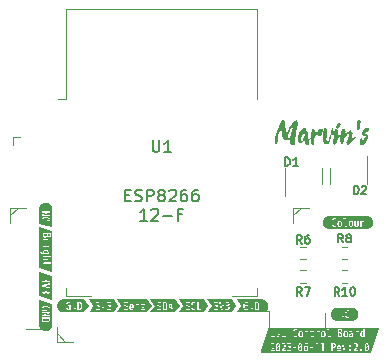
<source format=gbr>
%TF.GenerationSoftware,KiCad,Pcbnew,7.0.2*%
%TF.CreationDate,2023-06-20T09:38:12+02:00*%
%TF.ProjectId,esp-lvl,6573702d-6c76-46c2-9e6b-696361645f70,2.0.0*%
%TF.SameCoordinates,Original*%
%TF.FileFunction,Legend,Top*%
%TF.FilePolarity,Positive*%
%FSLAX46Y46*%
G04 Gerber Fmt 4.6, Leading zero omitted, Abs format (unit mm)*
G04 Created by KiCad (PCBNEW 7.0.2) date 2023-06-20 09:38:12*
%MOMM*%
%LPD*%
G01*
G04 APERTURE LIST*
%ADD10C,0.200000*%
%ADD11C,0.150000*%
%ADD12C,0.120000*%
%ADD13C,0.100000*%
G04 APERTURE END LIST*
D10*
X143704762Y-92928809D02*
X144038095Y-92928809D01*
X144180952Y-93452619D02*
X143704762Y-93452619D01*
X143704762Y-93452619D02*
X143704762Y-92452619D01*
X143704762Y-92452619D02*
X144180952Y-92452619D01*
X144561905Y-93405000D02*
X144704762Y-93452619D01*
X144704762Y-93452619D02*
X144942857Y-93452619D01*
X144942857Y-93452619D02*
X145038095Y-93405000D01*
X145038095Y-93405000D02*
X145085714Y-93357380D01*
X145085714Y-93357380D02*
X145133333Y-93262142D01*
X145133333Y-93262142D02*
X145133333Y-93166904D01*
X145133333Y-93166904D02*
X145085714Y-93071666D01*
X145085714Y-93071666D02*
X145038095Y-93024047D01*
X145038095Y-93024047D02*
X144942857Y-92976428D01*
X144942857Y-92976428D02*
X144752381Y-92928809D01*
X144752381Y-92928809D02*
X144657143Y-92881190D01*
X144657143Y-92881190D02*
X144609524Y-92833571D01*
X144609524Y-92833571D02*
X144561905Y-92738333D01*
X144561905Y-92738333D02*
X144561905Y-92643095D01*
X144561905Y-92643095D02*
X144609524Y-92547857D01*
X144609524Y-92547857D02*
X144657143Y-92500238D01*
X144657143Y-92500238D02*
X144752381Y-92452619D01*
X144752381Y-92452619D02*
X144990476Y-92452619D01*
X144990476Y-92452619D02*
X145133333Y-92500238D01*
X145561905Y-93452619D02*
X145561905Y-92452619D01*
X145561905Y-92452619D02*
X145942857Y-92452619D01*
X145942857Y-92452619D02*
X146038095Y-92500238D01*
X146038095Y-92500238D02*
X146085714Y-92547857D01*
X146085714Y-92547857D02*
X146133333Y-92643095D01*
X146133333Y-92643095D02*
X146133333Y-92785952D01*
X146133333Y-92785952D02*
X146085714Y-92881190D01*
X146085714Y-92881190D02*
X146038095Y-92928809D01*
X146038095Y-92928809D02*
X145942857Y-92976428D01*
X145942857Y-92976428D02*
X145561905Y-92976428D01*
X146704762Y-92881190D02*
X146609524Y-92833571D01*
X146609524Y-92833571D02*
X146561905Y-92785952D01*
X146561905Y-92785952D02*
X146514286Y-92690714D01*
X146514286Y-92690714D02*
X146514286Y-92643095D01*
X146514286Y-92643095D02*
X146561905Y-92547857D01*
X146561905Y-92547857D02*
X146609524Y-92500238D01*
X146609524Y-92500238D02*
X146704762Y-92452619D01*
X146704762Y-92452619D02*
X146895238Y-92452619D01*
X146895238Y-92452619D02*
X146990476Y-92500238D01*
X146990476Y-92500238D02*
X147038095Y-92547857D01*
X147038095Y-92547857D02*
X147085714Y-92643095D01*
X147085714Y-92643095D02*
X147085714Y-92690714D01*
X147085714Y-92690714D02*
X147038095Y-92785952D01*
X147038095Y-92785952D02*
X146990476Y-92833571D01*
X146990476Y-92833571D02*
X146895238Y-92881190D01*
X146895238Y-92881190D02*
X146704762Y-92881190D01*
X146704762Y-92881190D02*
X146609524Y-92928809D01*
X146609524Y-92928809D02*
X146561905Y-92976428D01*
X146561905Y-92976428D02*
X146514286Y-93071666D01*
X146514286Y-93071666D02*
X146514286Y-93262142D01*
X146514286Y-93262142D02*
X146561905Y-93357380D01*
X146561905Y-93357380D02*
X146609524Y-93405000D01*
X146609524Y-93405000D02*
X146704762Y-93452619D01*
X146704762Y-93452619D02*
X146895238Y-93452619D01*
X146895238Y-93452619D02*
X146990476Y-93405000D01*
X146990476Y-93405000D02*
X147038095Y-93357380D01*
X147038095Y-93357380D02*
X147085714Y-93262142D01*
X147085714Y-93262142D02*
X147085714Y-93071666D01*
X147085714Y-93071666D02*
X147038095Y-92976428D01*
X147038095Y-92976428D02*
X146990476Y-92928809D01*
X146990476Y-92928809D02*
X146895238Y-92881190D01*
X147466667Y-92547857D02*
X147514286Y-92500238D01*
X147514286Y-92500238D02*
X147609524Y-92452619D01*
X147609524Y-92452619D02*
X147847619Y-92452619D01*
X147847619Y-92452619D02*
X147942857Y-92500238D01*
X147942857Y-92500238D02*
X147990476Y-92547857D01*
X147990476Y-92547857D02*
X148038095Y-92643095D01*
X148038095Y-92643095D02*
X148038095Y-92738333D01*
X148038095Y-92738333D02*
X147990476Y-92881190D01*
X147990476Y-92881190D02*
X147419048Y-93452619D01*
X147419048Y-93452619D02*
X148038095Y-93452619D01*
X148895238Y-92452619D02*
X148704762Y-92452619D01*
X148704762Y-92452619D02*
X148609524Y-92500238D01*
X148609524Y-92500238D02*
X148561905Y-92547857D01*
X148561905Y-92547857D02*
X148466667Y-92690714D01*
X148466667Y-92690714D02*
X148419048Y-92881190D01*
X148419048Y-92881190D02*
X148419048Y-93262142D01*
X148419048Y-93262142D02*
X148466667Y-93357380D01*
X148466667Y-93357380D02*
X148514286Y-93405000D01*
X148514286Y-93405000D02*
X148609524Y-93452619D01*
X148609524Y-93452619D02*
X148800000Y-93452619D01*
X148800000Y-93452619D02*
X148895238Y-93405000D01*
X148895238Y-93405000D02*
X148942857Y-93357380D01*
X148942857Y-93357380D02*
X148990476Y-93262142D01*
X148990476Y-93262142D02*
X148990476Y-93024047D01*
X148990476Y-93024047D02*
X148942857Y-92928809D01*
X148942857Y-92928809D02*
X148895238Y-92881190D01*
X148895238Y-92881190D02*
X148800000Y-92833571D01*
X148800000Y-92833571D02*
X148609524Y-92833571D01*
X148609524Y-92833571D02*
X148514286Y-92881190D01*
X148514286Y-92881190D02*
X148466667Y-92928809D01*
X148466667Y-92928809D02*
X148419048Y-93024047D01*
X149847619Y-92452619D02*
X149657143Y-92452619D01*
X149657143Y-92452619D02*
X149561905Y-92500238D01*
X149561905Y-92500238D02*
X149514286Y-92547857D01*
X149514286Y-92547857D02*
X149419048Y-92690714D01*
X149419048Y-92690714D02*
X149371429Y-92881190D01*
X149371429Y-92881190D02*
X149371429Y-93262142D01*
X149371429Y-93262142D02*
X149419048Y-93357380D01*
X149419048Y-93357380D02*
X149466667Y-93405000D01*
X149466667Y-93405000D02*
X149561905Y-93452619D01*
X149561905Y-93452619D02*
X149752381Y-93452619D01*
X149752381Y-93452619D02*
X149847619Y-93405000D01*
X149847619Y-93405000D02*
X149895238Y-93357380D01*
X149895238Y-93357380D02*
X149942857Y-93262142D01*
X149942857Y-93262142D02*
X149942857Y-93024047D01*
X149942857Y-93024047D02*
X149895238Y-92928809D01*
X149895238Y-92928809D02*
X149847619Y-92881190D01*
X149847619Y-92881190D02*
X149752381Y-92833571D01*
X149752381Y-92833571D02*
X149561905Y-92833571D01*
X149561905Y-92833571D02*
X149466667Y-92881190D01*
X149466667Y-92881190D02*
X149419048Y-92928809D01*
X149419048Y-92928809D02*
X149371429Y-93024047D01*
X145561904Y-95072619D02*
X144990476Y-95072619D01*
X145276190Y-95072619D02*
X145276190Y-94072619D01*
X145276190Y-94072619D02*
X145180952Y-94215476D01*
X145180952Y-94215476D02*
X145085714Y-94310714D01*
X145085714Y-94310714D02*
X144990476Y-94358333D01*
X145942857Y-94167857D02*
X145990476Y-94120238D01*
X145990476Y-94120238D02*
X146085714Y-94072619D01*
X146085714Y-94072619D02*
X146323809Y-94072619D01*
X146323809Y-94072619D02*
X146419047Y-94120238D01*
X146419047Y-94120238D02*
X146466666Y-94167857D01*
X146466666Y-94167857D02*
X146514285Y-94263095D01*
X146514285Y-94263095D02*
X146514285Y-94358333D01*
X146514285Y-94358333D02*
X146466666Y-94501190D01*
X146466666Y-94501190D02*
X145895238Y-95072619D01*
X145895238Y-95072619D02*
X146514285Y-95072619D01*
X146942857Y-94691666D02*
X147704762Y-94691666D01*
X148514285Y-94548809D02*
X148180952Y-94548809D01*
X148180952Y-95072619D02*
X148180952Y-94072619D01*
X148180952Y-94072619D02*
X148657142Y-94072619D01*
D11*
%TO.C,D1*%
X157283333Y-90423833D02*
X157283333Y-89723833D01*
X157283333Y-89723833D02*
X157450000Y-89723833D01*
X157450000Y-89723833D02*
X157550000Y-89757166D01*
X157550000Y-89757166D02*
X157616667Y-89823833D01*
X157616667Y-89823833D02*
X157650000Y-89890500D01*
X157650000Y-89890500D02*
X157683333Y-90023833D01*
X157683333Y-90023833D02*
X157683333Y-90123833D01*
X157683333Y-90123833D02*
X157650000Y-90257166D01*
X157650000Y-90257166D02*
X157616667Y-90323833D01*
X157616667Y-90323833D02*
X157550000Y-90390500D01*
X157550000Y-90390500D02*
X157450000Y-90423833D01*
X157450000Y-90423833D02*
X157283333Y-90423833D01*
X158350000Y-90423833D02*
X157950000Y-90423833D01*
X158150000Y-90423833D02*
X158150000Y-89723833D01*
X158150000Y-89723833D02*
X158083333Y-89823833D01*
X158083333Y-89823833D02*
X158016667Y-89890500D01*
X158016667Y-89890500D02*
X157950000Y-89923833D01*
%TO.C,R8*%
X162183333Y-96923833D02*
X161950000Y-96590500D01*
X161783333Y-96923833D02*
X161783333Y-96223833D01*
X161783333Y-96223833D02*
X162050000Y-96223833D01*
X162050000Y-96223833D02*
X162116667Y-96257166D01*
X162116667Y-96257166D02*
X162150000Y-96290500D01*
X162150000Y-96290500D02*
X162183333Y-96357166D01*
X162183333Y-96357166D02*
X162183333Y-96457166D01*
X162183333Y-96457166D02*
X162150000Y-96523833D01*
X162150000Y-96523833D02*
X162116667Y-96557166D01*
X162116667Y-96557166D02*
X162050000Y-96590500D01*
X162050000Y-96590500D02*
X161783333Y-96590500D01*
X162583333Y-96523833D02*
X162516667Y-96490500D01*
X162516667Y-96490500D02*
X162483333Y-96457166D01*
X162483333Y-96457166D02*
X162450000Y-96390500D01*
X162450000Y-96390500D02*
X162450000Y-96357166D01*
X162450000Y-96357166D02*
X162483333Y-96290500D01*
X162483333Y-96290500D02*
X162516667Y-96257166D01*
X162516667Y-96257166D02*
X162583333Y-96223833D01*
X162583333Y-96223833D02*
X162716667Y-96223833D01*
X162716667Y-96223833D02*
X162783333Y-96257166D01*
X162783333Y-96257166D02*
X162816667Y-96290500D01*
X162816667Y-96290500D02*
X162850000Y-96357166D01*
X162850000Y-96357166D02*
X162850000Y-96390500D01*
X162850000Y-96390500D02*
X162816667Y-96457166D01*
X162816667Y-96457166D02*
X162783333Y-96490500D01*
X162783333Y-96490500D02*
X162716667Y-96523833D01*
X162716667Y-96523833D02*
X162583333Y-96523833D01*
X162583333Y-96523833D02*
X162516667Y-96557166D01*
X162516667Y-96557166D02*
X162483333Y-96590500D01*
X162483333Y-96590500D02*
X162450000Y-96657166D01*
X162450000Y-96657166D02*
X162450000Y-96790500D01*
X162450000Y-96790500D02*
X162483333Y-96857166D01*
X162483333Y-96857166D02*
X162516667Y-96890500D01*
X162516667Y-96890500D02*
X162583333Y-96923833D01*
X162583333Y-96923833D02*
X162716667Y-96923833D01*
X162716667Y-96923833D02*
X162783333Y-96890500D01*
X162783333Y-96890500D02*
X162816667Y-96857166D01*
X162816667Y-96857166D02*
X162850000Y-96790500D01*
X162850000Y-96790500D02*
X162850000Y-96657166D01*
X162850000Y-96657166D02*
X162816667Y-96590500D01*
X162816667Y-96590500D02*
X162783333Y-96557166D01*
X162783333Y-96557166D02*
X162716667Y-96523833D01*
%TO.C,D2*%
X163083333Y-92823833D02*
X163083333Y-92123833D01*
X163083333Y-92123833D02*
X163250000Y-92123833D01*
X163250000Y-92123833D02*
X163350000Y-92157166D01*
X163350000Y-92157166D02*
X163416667Y-92223833D01*
X163416667Y-92223833D02*
X163450000Y-92290500D01*
X163450000Y-92290500D02*
X163483333Y-92423833D01*
X163483333Y-92423833D02*
X163483333Y-92523833D01*
X163483333Y-92523833D02*
X163450000Y-92657166D01*
X163450000Y-92657166D02*
X163416667Y-92723833D01*
X163416667Y-92723833D02*
X163350000Y-92790500D01*
X163350000Y-92790500D02*
X163250000Y-92823833D01*
X163250000Y-92823833D02*
X163083333Y-92823833D01*
X163750000Y-92190500D02*
X163783333Y-92157166D01*
X163783333Y-92157166D02*
X163850000Y-92123833D01*
X163850000Y-92123833D02*
X164016667Y-92123833D01*
X164016667Y-92123833D02*
X164083333Y-92157166D01*
X164083333Y-92157166D02*
X164116667Y-92190500D01*
X164116667Y-92190500D02*
X164150000Y-92257166D01*
X164150000Y-92257166D02*
X164150000Y-92323833D01*
X164150000Y-92323833D02*
X164116667Y-92423833D01*
X164116667Y-92423833D02*
X163716667Y-92823833D01*
X163716667Y-92823833D02*
X164150000Y-92823833D01*
%TO.C,R6*%
X158683333Y-97023833D02*
X158450000Y-96690500D01*
X158283333Y-97023833D02*
X158283333Y-96323833D01*
X158283333Y-96323833D02*
X158550000Y-96323833D01*
X158550000Y-96323833D02*
X158616667Y-96357166D01*
X158616667Y-96357166D02*
X158650000Y-96390500D01*
X158650000Y-96390500D02*
X158683333Y-96457166D01*
X158683333Y-96457166D02*
X158683333Y-96557166D01*
X158683333Y-96557166D02*
X158650000Y-96623833D01*
X158650000Y-96623833D02*
X158616667Y-96657166D01*
X158616667Y-96657166D02*
X158550000Y-96690500D01*
X158550000Y-96690500D02*
X158283333Y-96690500D01*
X159283333Y-96323833D02*
X159150000Y-96323833D01*
X159150000Y-96323833D02*
X159083333Y-96357166D01*
X159083333Y-96357166D02*
X159050000Y-96390500D01*
X159050000Y-96390500D02*
X158983333Y-96490500D01*
X158983333Y-96490500D02*
X158950000Y-96623833D01*
X158950000Y-96623833D02*
X158950000Y-96890500D01*
X158950000Y-96890500D02*
X158983333Y-96957166D01*
X158983333Y-96957166D02*
X159016667Y-96990500D01*
X159016667Y-96990500D02*
X159083333Y-97023833D01*
X159083333Y-97023833D02*
X159216667Y-97023833D01*
X159216667Y-97023833D02*
X159283333Y-96990500D01*
X159283333Y-96990500D02*
X159316667Y-96957166D01*
X159316667Y-96957166D02*
X159350000Y-96890500D01*
X159350000Y-96890500D02*
X159350000Y-96723833D01*
X159350000Y-96723833D02*
X159316667Y-96657166D01*
X159316667Y-96657166D02*
X159283333Y-96623833D01*
X159283333Y-96623833D02*
X159216667Y-96590500D01*
X159216667Y-96590500D02*
X159083333Y-96590500D01*
X159083333Y-96590500D02*
X159016667Y-96623833D01*
X159016667Y-96623833D02*
X158983333Y-96657166D01*
X158983333Y-96657166D02*
X158950000Y-96723833D01*
%TO.C,U1*%
X146038095Y-88262619D02*
X146038095Y-89072142D01*
X146038095Y-89072142D02*
X146085714Y-89167380D01*
X146085714Y-89167380D02*
X146133333Y-89215000D01*
X146133333Y-89215000D02*
X146228571Y-89262619D01*
X146228571Y-89262619D02*
X146419047Y-89262619D01*
X146419047Y-89262619D02*
X146514285Y-89215000D01*
X146514285Y-89215000D02*
X146561904Y-89167380D01*
X146561904Y-89167380D02*
X146609523Y-89072142D01*
X146609523Y-89072142D02*
X146609523Y-88262619D01*
X147609523Y-89262619D02*
X147038095Y-89262619D01*
X147323809Y-89262619D02*
X147323809Y-88262619D01*
X147323809Y-88262619D02*
X147228571Y-88405476D01*
X147228571Y-88405476D02*
X147133333Y-88500714D01*
X147133333Y-88500714D02*
X147038095Y-88548333D01*
%TO.C,R10*%
X161849999Y-101423833D02*
X161616666Y-101090500D01*
X161449999Y-101423833D02*
X161449999Y-100723833D01*
X161449999Y-100723833D02*
X161716666Y-100723833D01*
X161716666Y-100723833D02*
X161783333Y-100757166D01*
X161783333Y-100757166D02*
X161816666Y-100790500D01*
X161816666Y-100790500D02*
X161849999Y-100857166D01*
X161849999Y-100857166D02*
X161849999Y-100957166D01*
X161849999Y-100957166D02*
X161816666Y-101023833D01*
X161816666Y-101023833D02*
X161783333Y-101057166D01*
X161783333Y-101057166D02*
X161716666Y-101090500D01*
X161716666Y-101090500D02*
X161449999Y-101090500D01*
X162516666Y-101423833D02*
X162116666Y-101423833D01*
X162316666Y-101423833D02*
X162316666Y-100723833D01*
X162316666Y-100723833D02*
X162249999Y-100823833D01*
X162249999Y-100823833D02*
X162183333Y-100890500D01*
X162183333Y-100890500D02*
X162116666Y-100923833D01*
X162950000Y-100723833D02*
X163016666Y-100723833D01*
X163016666Y-100723833D02*
X163083333Y-100757166D01*
X163083333Y-100757166D02*
X163116666Y-100790500D01*
X163116666Y-100790500D02*
X163150000Y-100857166D01*
X163150000Y-100857166D02*
X163183333Y-100990500D01*
X163183333Y-100990500D02*
X163183333Y-101157166D01*
X163183333Y-101157166D02*
X163150000Y-101290500D01*
X163150000Y-101290500D02*
X163116666Y-101357166D01*
X163116666Y-101357166D02*
X163083333Y-101390500D01*
X163083333Y-101390500D02*
X163016666Y-101423833D01*
X163016666Y-101423833D02*
X162950000Y-101423833D01*
X162950000Y-101423833D02*
X162883333Y-101390500D01*
X162883333Y-101390500D02*
X162850000Y-101357166D01*
X162850000Y-101357166D02*
X162816666Y-101290500D01*
X162816666Y-101290500D02*
X162783333Y-101157166D01*
X162783333Y-101157166D02*
X162783333Y-100990500D01*
X162783333Y-100990500D02*
X162816666Y-100857166D01*
X162816666Y-100857166D02*
X162850000Y-100790500D01*
X162850000Y-100790500D02*
X162883333Y-100757166D01*
X162883333Y-100757166D02*
X162950000Y-100723833D01*
%TO.C,R7*%
X158683333Y-101423833D02*
X158450000Y-101090500D01*
X158283333Y-101423833D02*
X158283333Y-100723833D01*
X158283333Y-100723833D02*
X158550000Y-100723833D01*
X158550000Y-100723833D02*
X158616667Y-100757166D01*
X158616667Y-100757166D02*
X158650000Y-100790500D01*
X158650000Y-100790500D02*
X158683333Y-100857166D01*
X158683333Y-100857166D02*
X158683333Y-100957166D01*
X158683333Y-100957166D02*
X158650000Y-101023833D01*
X158650000Y-101023833D02*
X158616667Y-101057166D01*
X158616667Y-101057166D02*
X158550000Y-101090500D01*
X158550000Y-101090500D02*
X158283333Y-101090500D01*
X158916667Y-100723833D02*
X159383333Y-100723833D01*
X159383333Y-100723833D02*
X159083333Y-101423833D01*
D12*
%TO.C,D1*%
X160360000Y-91300000D02*
X160360000Y-90650000D01*
X160360000Y-91300000D02*
X160360000Y-91950000D01*
X157240000Y-91300000D02*
X157240000Y-90650000D01*
X157240000Y-91300000D02*
X157240000Y-92975000D01*
%TO.C,J2*%
X157970000Y-93970000D02*
X159300000Y-93970000D01*
X157970000Y-94635000D02*
X158635000Y-93970000D01*
X157970000Y-95300000D02*
X157970000Y-93970000D01*
X159300000Y-104250000D02*
X160630000Y-104250000D01*
X160630000Y-102920000D02*
X160630000Y-104250000D01*
%TO.C,R8*%
X162537258Y-97277500D02*
X162062742Y-97277500D01*
X162537258Y-98322500D02*
X162062742Y-98322500D01*
%TO.C,D2*%
X161040000Y-91300000D02*
X161040000Y-91950000D01*
X161040000Y-91300000D02*
X161040000Y-90650000D01*
X164160000Y-91300000D02*
X164160000Y-91950000D01*
X164160000Y-91300000D02*
X164160000Y-89625000D01*
%TO.C,R6*%
X158562742Y-98322500D02*
X159037258Y-98322500D01*
X158562742Y-97277500D02*
X159037258Y-97277500D01*
%TO.C,U1*%
X154920000Y-101420000D02*
X152800000Y-101420000D01*
X154920000Y-100800000D02*
X154920000Y-101420000D01*
X154920000Y-77180000D02*
X154920000Y-84800000D01*
X140800000Y-101420000D02*
X138680000Y-101420000D01*
X138680000Y-101420000D02*
X138680000Y-100800000D01*
X138680000Y-84800000D02*
X138680000Y-77180000D01*
X138680000Y-84800000D02*
X138070000Y-84800000D01*
X138680000Y-77180000D02*
X154920000Y-77180000D01*
%TO.C,R10*%
X162062742Y-100322500D02*
X162537258Y-100322500D01*
X162062742Y-99277500D02*
X162537258Y-99277500D01*
%TO.C,R7*%
X159037258Y-99277500D02*
X158562742Y-99277500D01*
X159037258Y-100322500D02*
X158562742Y-100322500D01*
%TO.C,kibuzzard-6485EB90*%
G36*
X157146710Y-86516345D02*
G01*
X157209497Y-86588434D01*
X157254456Y-86687653D01*
X157271509Y-86798499D01*
X157283136Y-86951396D01*
X157296313Y-87087628D01*
X157328094Y-87321722D01*
X157368402Y-87518610D01*
X157418787Y-87696118D01*
X157475372Y-87510858D01*
X157552112Y-87333350D01*
X157607922Y-87228705D01*
X157698615Y-87071350D01*
X157812561Y-86892291D01*
X157937360Y-86724860D01*
X158060608Y-86600836D01*
X158169128Y-86552002D01*
X158201685Y-86557428D01*
X158224939Y-86570605D01*
X158243542Y-86587659D01*
X158286176Y-86665173D01*
X158315631Y-86748889D01*
X158332684Y-86829504D01*
X158338110Y-86896167D01*
X158328809Y-86985309D01*
X158306329Y-87091504D01*
X158277649Y-87207001D01*
X158249744Y-87322498D01*
X158222420Y-87452528D01*
X158196259Y-87591473D01*
X158172423Y-87733519D01*
X158152075Y-87872852D01*
X158122620Y-88133301D01*
X158111768Y-88341040D01*
X158112543Y-88404602D01*
X158113318Y-88471265D01*
X158109442Y-88559631D01*
X158093164Y-88637146D01*
X158057507Y-88691406D01*
X157995496Y-88711560D01*
X157869922Y-88677454D01*
X157771478Y-88589087D01*
X157707141Y-88467389D01*
X157683887Y-88331738D01*
X157691444Y-88185429D01*
X157714117Y-88019354D01*
X157748805Y-87840102D01*
X157792407Y-87654260D01*
X157842986Y-87464543D01*
X157898602Y-87273663D01*
X157956157Y-87087434D01*
X158012549Y-86911670D01*
X157929414Y-87030655D01*
X157850543Y-87148865D01*
X157776517Y-87267656D01*
X157707916Y-87388385D01*
X157645323Y-87512021D01*
X157589319Y-87639532D01*
X157540872Y-87772276D01*
X157500952Y-87911609D01*
X157525757Y-87971295D01*
X157557538Y-88048035D01*
X157585443Y-88119348D01*
X157597070Y-88161206D01*
X157559088Y-88254224D01*
X157463745Y-88282129D01*
X157354449Y-88263525D01*
X157244379Y-88213141D01*
X157152136Y-88141052D01*
X157097876Y-88057336D01*
X157032182Y-87832350D01*
X156980829Y-87606976D01*
X156946916Y-87378889D01*
X156933545Y-87145764D01*
X156866366Y-87326287D01*
X156805387Y-87508188D01*
X156750610Y-87691467D01*
X156703757Y-87876986D01*
X156666550Y-88065605D01*
X156638989Y-88257324D01*
X156629687Y-88364294D01*
X156617285Y-88482892D01*
X156594031Y-88579785D01*
X156550623Y-88623193D01*
X156486285Y-88591412D01*
X156441327Y-88512347D01*
X156414972Y-88410803D01*
X156406445Y-88311584D01*
X156425049Y-88096869D01*
X156474658Y-87857349D01*
X156546747Y-87605426D01*
X156588992Y-87478496D01*
X156633563Y-87353503D01*
X156727356Y-87113983D01*
X156820374Y-86899268D01*
X156906221Y-86716139D01*
X156974628Y-86588434D01*
X157074622Y-86488440D01*
X157146710Y-86516345D01*
G37*
G36*
X162262677Y-87295367D02*
G01*
X162327014Y-87358929D01*
X162371973Y-87441870D01*
X162389026Y-87524036D01*
X162385150Y-87562793D01*
X162373523Y-87600000D01*
X162298334Y-87819366D01*
X162244849Y-88044934D01*
X162292133Y-87937189D01*
X162362671Y-87803088D01*
X162451038Y-87663562D01*
X162552582Y-87538763D01*
X162661102Y-87448846D01*
X162770398Y-87413965D01*
X162824658Y-87433344D01*
X162884344Y-87479852D01*
X162935504Y-87535663D01*
X162965735Y-87584497D01*
X162979688Y-87688367D01*
X162968060Y-87828668D01*
X162940155Y-87981372D01*
X162906049Y-88123999D01*
X162875818Y-88230969D01*
X162936279Y-88174384D01*
X163029297Y-88098419D01*
X163132391Y-88031757D01*
X163221533Y-88003076D01*
X163239362Y-88005402D01*
X163263391Y-88013153D01*
X163285095Y-88026331D01*
X163294397Y-88044934D01*
X163139368Y-88152679D01*
X162990540Y-88280579D01*
X162857990Y-88415454D01*
X162751794Y-88544128D01*
X162729315Y-88582111D01*
X162708386Y-88620093D01*
X162683582Y-88648773D01*
X162649475Y-88660400D01*
X162580487Y-88636371D01*
X162520026Y-88576685D01*
X162476617Y-88497620D01*
X162460339Y-88413904D01*
X162464990Y-88368170D01*
X162482043Y-88323987D01*
X162574286Y-88133301D01*
X162649475Y-87931763D01*
X162703735Y-87725574D01*
X162733191Y-87520935D01*
X162602191Y-87652710D01*
X162481268Y-87824792D01*
X162376624Y-88009277D01*
X162292908Y-88181360D01*
X162262677Y-88250348D01*
X162230896Y-88335614D01*
X162205316Y-88430957D01*
X162193689Y-88531726D01*
X162187488Y-88573584D01*
X162159583Y-88592188D01*
X162098346Y-88572034D01*
X162034784Y-88521649D01*
X161981299Y-88458087D01*
X161950293Y-88398401D01*
X161939441Y-88327087D01*
X161936340Y-88241821D01*
X161945836Y-88032726D01*
X161974323Y-87820917D01*
X162020250Y-87611433D01*
X162082068Y-87409314D01*
X162099896Y-87361255D01*
X162122375Y-87316296D01*
X162150281Y-87282965D01*
X162185938Y-87269788D01*
X162262677Y-87295367D01*
G37*
G36*
X158994659Y-87238782D02*
G01*
X159014038Y-87333350D01*
X159005511Y-87417841D01*
X158986133Y-87488379D01*
X159048145Y-87444971D01*
X159117908Y-87472101D01*
X159179144Y-87537988D01*
X159222552Y-87619379D01*
X159238831Y-87693018D01*
X159231079Y-87739526D01*
X159189996Y-87940289D01*
X159178369Y-88147253D01*
X159180695Y-88251898D01*
X159190771Y-88354993D01*
X159227979Y-88244922D01*
X159289215Y-88136401D01*
X159363629Y-88054236D01*
X159443469Y-88021680D01*
X159490753Y-88037183D01*
X159508582Y-88065088D01*
X159400061Y-88162756D01*
X159317896Y-88296857D01*
X159265961Y-88451886D01*
X159248132Y-88613892D01*
X159250458Y-88634821D01*
X159252783Y-88651099D01*
X159209375Y-88675903D01*
X159096979Y-88644897D01*
X159009387Y-88573584D01*
X158968304Y-88490643D01*
X158937299Y-88372046D01*
X158915594Y-88248022D01*
X158905518Y-88148804D01*
X158855133Y-88246472D01*
X158776068Y-88369720D01*
X158681500Y-88475916D01*
X158606311Y-88510803D01*
X158584607Y-88520874D01*
X158522595Y-88509247D01*
X158461359Y-88477466D01*
X158405548Y-88429407D01*
X158363690Y-88366620D01*
X158340839Y-88291431D01*
X158601660Y-88291431D01*
X158606311Y-88403052D01*
X158740218Y-88215854D01*
X158841180Y-88010828D01*
X158908812Y-87792624D01*
X158942725Y-87565894D01*
X158786145Y-87730225D01*
X158679950Y-87913934D01*
X158619489Y-88107721D01*
X158601660Y-88291431D01*
X158340839Y-88291431D01*
X158339661Y-88287555D01*
X158331909Y-88086017D01*
X158355357Y-87912772D01*
X158425702Y-87707745D01*
X158541393Y-87503300D01*
X158700879Y-87331799D01*
X158744287Y-87296143D01*
X158804749Y-87253510D01*
X158871411Y-87217853D01*
X158934973Y-87203125D01*
X158994659Y-87238782D01*
G37*
G36*
X161289093Y-87207776D02*
G01*
X161292969Y-87232581D01*
X161320874Y-87388966D01*
X161364282Y-87544965D01*
X161429007Y-87701738D01*
X161520862Y-87860449D01*
X161516211Y-87865100D01*
X161506909Y-87866650D01*
X161423193Y-87829443D01*
X161345679Y-87738751D01*
X161282117Y-87626355D01*
X161240259Y-87525586D01*
X161217780Y-87748828D01*
X161176697Y-87970520D01*
X161146466Y-88075165D01*
X161099957Y-88204614D01*
X161038721Y-88342590D01*
X160965082Y-88470490D01*
X160879816Y-88570483D01*
X160786023Y-88624744D01*
X160762769Y-88627844D01*
X160699207Y-88611566D01*
X160632544Y-88570483D01*
X160573633Y-88518549D01*
X160536426Y-88468164D01*
X160500769Y-88359644D01*
X160479065Y-88220117D01*
X160468213Y-88075940D01*
X160465112Y-87951917D01*
X160469182Y-87806770D01*
X160481390Y-87662787D01*
X160500188Y-87523454D01*
X160524023Y-87392261D01*
X160538751Y-87333350D01*
X160558905Y-87280640D01*
X160586810Y-87242657D01*
X160626343Y-87227930D01*
X160705408Y-87251959D01*
X160775171Y-87313196D01*
X160825555Y-87395361D01*
X160844934Y-87483728D01*
X160837958Y-87544189D01*
X160821680Y-87625580D01*
X160803851Y-87707745D01*
X160792224Y-87770532D01*
X160770520Y-87955792D01*
X160762769Y-88145703D01*
X160769745Y-88325537D01*
X160793774Y-88511572D01*
X160884854Y-88380185D01*
X160959656Y-88237170D01*
X161020892Y-88085823D01*
X161071277Y-87929437D01*
X161111972Y-87769563D01*
X161144141Y-87607751D01*
X161170883Y-87446909D01*
X161195300Y-87289941D01*
X161200726Y-87258160D01*
X161213129Y-87227930D01*
X161237158Y-87204675D01*
X161279016Y-87195374D01*
X161289093Y-87207776D01*
G37*
G36*
X160449609Y-87285291D02*
G01*
X160468213Y-87348853D01*
X160451935Y-87475201D01*
X160408527Y-87615503D01*
X160347290Y-87747278D01*
X160279077Y-87849597D01*
X160219391Y-87884479D01*
X160141101Y-87896106D01*
X160103119Y-87893005D01*
X160066687Y-87884479D01*
X160038782Y-87872076D01*
X160027930Y-87855798D01*
X160031030Y-87844946D01*
X160113583Y-87677127D01*
X160162805Y-87499231D01*
X160032581Y-87657361D01*
X159916309Y-87838745D01*
X159817865Y-88031757D01*
X159741125Y-88223218D01*
X159708569Y-88319336D01*
X159694617Y-88429407D01*
X159698492Y-88537927D01*
X159705469Y-88630945D01*
X159698492Y-88658075D01*
X159672913Y-88668152D01*
X159609351Y-88651099D01*
X159543463Y-88606915D01*
X159486877Y-88548004D01*
X159451221Y-88485217D01*
X159432617Y-88414679D01*
X159424091Y-88337164D01*
X159420990Y-88261200D01*
X159420215Y-88196863D01*
X159427191Y-87999200D01*
X159448120Y-87806189D01*
X159484552Y-87622479D01*
X159538037Y-87452722D01*
X159557416Y-87403888D01*
X159580670Y-87356604D01*
X159610126Y-87320947D01*
X159648108Y-87306995D01*
X159712445Y-87330249D01*
X159776007Y-87390710D01*
X159824066Y-87475201D01*
X159843445Y-87570544D01*
X159829492Y-87644958D01*
X159780658Y-87789911D01*
X159745776Y-87937964D01*
X159821741Y-87781384D01*
X159918634Y-87620929D01*
X160033356Y-87472876D01*
X160159705Y-87353503D01*
X160196136Y-87327924D01*
X160245746Y-87300018D01*
X160310083Y-87277539D01*
X160390698Y-87268237D01*
X160449609Y-87285291D01*
G37*
G36*
X164375726Y-87201575D02*
G01*
X164393555Y-87263586D01*
X164387354Y-87323273D01*
X164369525Y-87393811D01*
X164342395Y-87462024D01*
X164308289Y-87513184D01*
X164287360Y-87523260D01*
X164250928Y-87536438D01*
X164212170Y-87550391D01*
X164184265Y-87561243D01*
X164067993Y-87653485D01*
X163985828Y-87776733D01*
X164045514Y-87768207D01*
X164111401Y-87759680D01*
X164183490Y-87780609D01*
X164252478Y-87833319D01*
X164303638Y-87903857D01*
X164323792Y-87978271D01*
X164296661Y-88103070D01*
X164223798Y-88256549D01*
X164118378Y-88416229D01*
X163992804Y-88558856D01*
X163858704Y-88661176D01*
X163730029Y-88700708D01*
X163672668Y-88665826D01*
X163626935Y-88582886D01*
X163596704Y-88482892D01*
X163585852Y-88398401D01*
X163626160Y-88222443D01*
X163726929Y-88054236D01*
X163751733Y-88021680D01*
X163773438Y-87998425D01*
X163792041Y-87987573D01*
X163799792Y-87994550D01*
X163801343Y-88010828D01*
X163788165Y-88092993D01*
X163757935Y-88172833D01*
X163725378Y-88252673D01*
X163703674Y-88334839D01*
X163825372Y-88248798D01*
X163937769Y-88138727D01*
X164031561Y-88012378D01*
X164097449Y-87877502D01*
X164013733Y-87886804D01*
X163924591Y-87872076D01*
X163843976Y-87828668D01*
X163785065Y-87758905D01*
X163762585Y-87666663D01*
X163786615Y-87562018D01*
X163852502Y-87453497D01*
X163949396Y-87350403D01*
X164066443Y-87263586D01*
X164193567Y-87204675D01*
X164319141Y-87182971D01*
X164375726Y-87201575D01*
G37*
G36*
X161627832Y-87359705D02*
G01*
X161704572Y-87412415D01*
X161758832Y-87486829D01*
X161779761Y-87573645D01*
X161771234Y-87641083D01*
X161750305Y-87759680D01*
X161723950Y-87896106D01*
X161697595Y-88017029D01*
X161754181Y-87949591D01*
X161841772Y-87865100D01*
X161937891Y-87793011D01*
X162020056Y-87762781D01*
X162049512Y-87767432D01*
X162068115Y-87778284D01*
X162078967Y-87793787D01*
X161923163Y-87953467D01*
X161765033Y-88151904D01*
X161690813Y-88262169D01*
X161621631Y-88379022D01*
X161560782Y-88500139D01*
X161511560Y-88623193D01*
X161483655Y-88649548D01*
X161431720Y-88620093D01*
X161382111Y-88550330D01*
X161344904Y-88467389D01*
X161330176Y-88396851D01*
X161337927Y-88317010D01*
X161355756Y-88206940D01*
X161376685Y-88092218D01*
X161392188Y-87999976D01*
X161411179Y-87858705D01*
X161424744Y-87720148D01*
X161437146Y-87581978D01*
X161452649Y-87441870D01*
X161458850Y-87401562D01*
X161470477Y-87369006D01*
X161494507Y-87347302D01*
X161537915Y-87339551D01*
X161627832Y-87359705D01*
G37*
G36*
X163649414Y-86657422D02*
G01*
X163648639Y-86712457D01*
X163644763Y-86818652D01*
X163635461Y-86953528D01*
X163618408Y-87096155D01*
X163591278Y-87225604D01*
X163551746Y-87319397D01*
X163520740Y-87348077D01*
X163473456Y-87379083D01*
X163421521Y-87403888D01*
X163376563Y-87413965D01*
X163359509Y-87410089D01*
X163350208Y-87393811D01*
X163367067Y-87245952D01*
X163377338Y-87103131D01*
X163384314Y-86843457D01*
X163382764Y-86755090D01*
X163381213Y-86665173D01*
X163401367Y-86611688D01*
X163450977Y-86570605D01*
X163515314Y-86544250D01*
X163578101Y-86534949D01*
X163649414Y-86657422D01*
G37*
G36*
X161820068Y-86788422D02*
G01*
X161883630Y-86823303D01*
X161937115Y-86871362D01*
X161959595Y-86924072D01*
X161951843Y-86948877D01*
X161923163Y-86995386D01*
X161878979Y-87064374D01*
X161826270Y-87141888D01*
X161772784Y-87213977D01*
X161727051Y-87267462D01*
X161696045Y-87288391D01*
X161666589Y-87266687D01*
X161637909Y-87216302D01*
X161615430Y-87157391D01*
X161606128Y-87110107D01*
X161615430Y-87073676D01*
X161639459Y-87007788D01*
X161672015Y-86929498D01*
X161707672Y-86854309D01*
X161741779Y-86797723D01*
X161767358Y-86775244D01*
X161820068Y-86788422D01*
G37*
%TO.C,kibuzzard-64859500*%
G36*
X143128460Y-102300000D02*
G01*
X142758044Y-102855625D01*
X142559606Y-102855625D01*
X142345294Y-102855625D01*
X141961436Y-102855625D01*
X141392794Y-102855625D01*
X141240394Y-102855625D01*
X141041956Y-102855625D01*
X140671540Y-102855625D01*
X140824151Y-102626708D01*
X141240394Y-102626708D01*
X141315165Y-102649568D01*
X141392794Y-102657188D01*
X141458278Y-102651367D01*
X141511856Y-102633904D01*
X141553528Y-102604800D01*
X141583294Y-102564054D01*
X141601153Y-102511667D01*
X141607106Y-102447638D01*
X141599367Y-102380724D01*
X141576150Y-102329528D01*
X141537455Y-102294047D01*
X141483281Y-102274283D01*
X141483281Y-102273330D01*
X141533287Y-102249101D01*
X141569006Y-102212608D01*
X141590437Y-102163852D01*
X141597581Y-102102833D01*
X141585675Y-102035800D01*
X141549956Y-101985199D01*
X141492092Y-101953409D01*
X141484174Y-101952338D01*
X141683306Y-101952338D01*
X141837611Y-102647663D01*
X141961436Y-102647663D01*
X141966115Y-102626708D01*
X142192894Y-102626708D01*
X142267665Y-102649568D01*
X142345294Y-102657188D01*
X142410778Y-102651367D01*
X142464356Y-102633904D01*
X142506028Y-102604800D01*
X142535794Y-102564054D01*
X142553653Y-102511667D01*
X142559606Y-102447638D01*
X142551867Y-102380724D01*
X142528650Y-102329528D01*
X142489955Y-102294047D01*
X142435781Y-102274283D01*
X142435781Y-102273330D01*
X142485787Y-102249101D01*
X142521506Y-102212608D01*
X142542937Y-102163852D01*
X142550081Y-102102833D01*
X142538175Y-102035800D01*
X142502456Y-101985199D01*
X142444592Y-101953409D01*
X142366249Y-101942812D01*
X142314602Y-101946517D01*
X142261262Y-101957629D01*
X142206229Y-101976150D01*
X142206229Y-102064733D01*
X142280047Y-102034729D01*
X142347199Y-102024728D01*
X142402232Y-102034888D01*
X142435252Y-102065368D01*
X142446259Y-102116168D01*
X142437686Y-102169746D01*
X142411969Y-102206655D01*
X142366963Y-102228086D01*
X142300526Y-102235230D01*
X142281476Y-102235230D01*
X142281476Y-102319050D01*
X142300526Y-102319050D01*
X142371964Y-102326313D01*
X142418636Y-102348101D01*
X142444354Y-102386320D01*
X142452926Y-102442875D01*
X142445425Y-102500382D01*
X142422922Y-102541459D01*
X142385418Y-102566105D01*
X142332911Y-102574320D01*
X142262188Y-102564557D01*
X142192894Y-102535268D01*
X142192894Y-102626708D01*
X141966115Y-102626708D01*
X142116694Y-101952338D01*
X142010966Y-101952338D01*
X141902381Y-102552413D01*
X141901429Y-102552413D01*
X141792844Y-101952338D01*
X141683306Y-101952338D01*
X141484174Y-101952338D01*
X141413749Y-101942812D01*
X141362102Y-101946517D01*
X141308762Y-101957629D01*
X141253729Y-101976150D01*
X141253729Y-102064733D01*
X141327547Y-102034729D01*
X141394699Y-102024728D01*
X141449732Y-102034888D01*
X141482752Y-102065368D01*
X141493759Y-102116168D01*
X141485186Y-102169746D01*
X141459469Y-102206655D01*
X141414463Y-102228086D01*
X141348026Y-102235230D01*
X141328976Y-102235230D01*
X141328976Y-102319050D01*
X141348026Y-102319050D01*
X141419464Y-102326313D01*
X141466136Y-102348101D01*
X141491854Y-102386320D01*
X141500426Y-102442875D01*
X141492925Y-102500382D01*
X141470422Y-102541459D01*
X141432918Y-102566105D01*
X141380411Y-102574320D01*
X141309688Y-102564557D01*
X141240394Y-102535268D01*
X141240394Y-102626708D01*
X140824151Y-102626708D01*
X141041956Y-102300000D01*
X140671540Y-101744375D01*
X141041956Y-101744375D01*
X141240394Y-101744375D01*
X142559606Y-101744375D01*
X142758044Y-101744375D01*
X143128460Y-102300000D01*
G37*
%TO.C,J4*%
X134195000Y-88660000D02*
X134195000Y-88025000D01*
X134195000Y-88025000D02*
X134830000Y-88025000D01*
%TO.C,kibuzzard-6485947F*%
G36*
X140645830Y-102300000D02*
G01*
X140275413Y-102855625D01*
X140076975Y-102855625D01*
X139826468Y-102855625D01*
X139208295Y-102855625D01*
X138946358Y-102855625D01*
X138708233Y-102855625D01*
X138509795Y-102855625D01*
X138455335Y-102852950D01*
X138401398Y-102844949D01*
X138348506Y-102831700D01*
X138297167Y-102813331D01*
X138247876Y-102790017D01*
X138201107Y-102761985D01*
X138157311Y-102729504D01*
X138116909Y-102692886D01*
X138080291Y-102652485D01*
X138047810Y-102608689D01*
X138019778Y-102561920D01*
X137996465Y-102512628D01*
X137978095Y-102461289D01*
X137964847Y-102408397D01*
X137956846Y-102354461D01*
X137954170Y-102300000D01*
X137954404Y-102295238D01*
X138708233Y-102295238D01*
X138711954Y-102380070D01*
X138723116Y-102453591D01*
X138741719Y-102515801D01*
X138767764Y-102566700D01*
X138801250Y-102606288D01*
X138842178Y-102634566D01*
X138890547Y-102651532D01*
X138946358Y-102657188D01*
X139003296Y-102653483D01*
X139057271Y-102642371D01*
X139108283Y-102623850D01*
X139108283Y-102233325D01*
X138886350Y-102233325D01*
X138886350Y-102314288D01*
X139006365Y-102314288D01*
X139006365Y-102563843D01*
X138949215Y-102575273D01*
X138891113Y-102559080D01*
X138848250Y-102510503D01*
X138828671Y-102457798D01*
X138816924Y-102386043D01*
X138813008Y-102295238D01*
X138817135Y-102206496D01*
X138829518Y-102137123D01*
X138850155Y-102087116D01*
X138897542Y-102041753D01*
X138965408Y-102026633D01*
X139023749Y-102032348D01*
X139084470Y-102049492D01*
X139084470Y-101963768D01*
X139042043Y-101952338D01*
X139208295Y-101952338D01*
X139208295Y-102647663D01*
X139313070Y-102647663D01*
X139313070Y-102142838D01*
X139314975Y-102142838D01*
X139463565Y-102647663D01*
X139570245Y-102647663D01*
X139570245Y-102638138D01*
X139676925Y-102638138D01*
X139748601Y-102652425D01*
X139826468Y-102657188D01*
X139905525Y-102648972D01*
X139967438Y-102624326D01*
X140014468Y-102579440D01*
X140048877Y-102510503D01*
X140064487Y-102450072D01*
X140073853Y-102376729D01*
X140076975Y-102290475D01*
X140073314Y-102201446D01*
X140062331Y-102126764D01*
X140044025Y-102066429D01*
X140018397Y-102020441D01*
X139971036Y-101977314D01*
X139907060Y-101951438D01*
X139826468Y-101942812D01*
X139751459Y-101947575D01*
X139676925Y-101961862D01*
X139676925Y-102638138D01*
X139570245Y-102638138D01*
X139570245Y-101952338D01*
X139470233Y-101952338D01*
X139470233Y-102457163D01*
X139467375Y-102457163D01*
X139318785Y-101952338D01*
X139208295Y-101952338D01*
X139042043Y-101952338D01*
X139026130Y-101948051D01*
X138965408Y-101942812D01*
X138886827Y-101952232D01*
X138822533Y-101980489D01*
X138772527Y-102027585D01*
X138744398Y-102076103D01*
X138724306Y-102136884D01*
X138712251Y-102209929D01*
X138708233Y-102295238D01*
X137954404Y-102295238D01*
X137956846Y-102245539D01*
X137964847Y-102191603D01*
X137978095Y-102138711D01*
X137996465Y-102087372D01*
X138019778Y-102038080D01*
X138047810Y-101991311D01*
X138080291Y-101947515D01*
X138116909Y-101907114D01*
X138157311Y-101870496D01*
X138201107Y-101838015D01*
X138247876Y-101809983D01*
X138297167Y-101786669D01*
X138348506Y-101768300D01*
X138401398Y-101755051D01*
X138455335Y-101747050D01*
X138509795Y-101744375D01*
X138708233Y-101744375D01*
X140076975Y-101744375D01*
X140275413Y-101744375D01*
X140645830Y-102300000D01*
G37*
G36*
X139892429Y-102040444D02*
G01*
X139937910Y-102084735D01*
X139957490Y-102133842D01*
X139969237Y-102202422D01*
X139973153Y-102290475D01*
X139969290Y-102387736D01*
X139957701Y-102462348D01*
X139938387Y-102514313D01*
X139893024Y-102560033D01*
X139826468Y-102575273D01*
X139783605Y-102566700D01*
X139783605Y-102034253D01*
X139826468Y-102025680D01*
X139892429Y-102040444D01*
G37*
%TO.C,kibuzzard-64859916*%
G36*
X137054461Y-93545400D02*
G01*
X137108397Y-93553401D01*
X137161289Y-93566650D01*
X137212628Y-93585019D01*
X137261920Y-93608332D01*
X137308689Y-93636365D01*
X137352485Y-93668846D01*
X137392886Y-93705464D01*
X137429504Y-93745865D01*
X137461985Y-93789661D01*
X137490018Y-93836430D01*
X137513331Y-93885722D01*
X137531700Y-93937061D01*
X137544949Y-93989953D01*
X137552950Y-94043889D01*
X137555625Y-94098350D01*
X137555625Y-94296787D01*
X137555625Y-95125462D01*
X137555625Y-95323900D01*
X137555625Y-95657275D01*
X136444375Y-95323900D01*
X136444375Y-95125462D01*
X136444375Y-94999732D01*
X136642812Y-94999732D01*
X136648766Y-95063312D01*
X136666625Y-95120700D01*
X136754255Y-95120700D01*
X136732109Y-95066407D01*
X136724727Y-95015925D01*
X136732639Y-94969358D01*
X136756372Y-94931258D01*
X136795927Y-94901625D01*
X136851304Y-94880458D01*
X136922504Y-94867758D01*
X137009525Y-94863525D01*
X137090144Y-94867361D01*
X137156104Y-94878871D01*
X137207407Y-94898053D01*
X137244052Y-94924908D01*
X137266039Y-94959436D01*
X137273367Y-95001637D01*
X137269557Y-95023545D01*
X137120967Y-95023545D01*
X137120967Y-95125462D01*
X137336232Y-95125462D01*
X137351949Y-95064741D01*
X137357188Y-94996875D01*
X137351755Y-94941064D01*
X137335459Y-94892695D01*
X137308297Y-94851768D01*
X137270272Y-94818281D01*
X137221382Y-94792236D01*
X137161627Y-94773633D01*
X137091008Y-94762471D01*
X137009525Y-94758750D01*
X136923577Y-94762515D01*
X136849088Y-94773811D01*
X136786060Y-94792638D01*
X136734491Y-94818996D01*
X136694381Y-94852884D01*
X136665732Y-94894303D01*
X136648542Y-94943252D01*
X136642812Y-94999732D01*
X136444375Y-94999732D01*
X136444375Y-94296787D01*
X136652337Y-94296787D01*
X136652337Y-94401562D01*
X137157162Y-94401562D01*
X137157162Y-94403467D01*
X136652337Y-94552057D01*
X136652337Y-94658737D01*
X137347662Y-94658737D01*
X137347662Y-94558725D01*
X136842837Y-94558725D01*
X136842837Y-94555867D01*
X137347662Y-94407277D01*
X137347662Y-94296787D01*
X136652337Y-94296787D01*
X136444375Y-94296787D01*
X136444375Y-94098350D01*
X136447050Y-94043889D01*
X136455051Y-93989953D01*
X136468300Y-93937061D01*
X136486669Y-93885722D01*
X136509982Y-93836430D01*
X136538015Y-93789661D01*
X136570496Y-93745865D01*
X136607114Y-93705464D01*
X136647515Y-93668846D01*
X136691311Y-93636365D01*
X136738080Y-93608332D01*
X136787372Y-93585019D01*
X136838711Y-93566650D01*
X136891603Y-93553401D01*
X136945539Y-93545400D01*
X137000000Y-93542725D01*
X137054461Y-93545400D01*
G37*
%TO.C,kibuzzard-64859551*%
G36*
X148348463Y-102300000D02*
G01*
X147978046Y-102855625D01*
X147779609Y-102855625D01*
X147327171Y-102855625D01*
X147038564Y-102855625D01*
X146587079Y-102855625D01*
X146420391Y-102855625D01*
X146221954Y-102855625D01*
X145851537Y-102855625D01*
X146221954Y-102300000D01*
X146104479Y-102123787D01*
X146420391Y-102123787D01*
X146430273Y-102191415D01*
X146459920Y-102247613D01*
X146492675Y-102280633D01*
X146538237Y-102312383D01*
X146596604Y-102342863D01*
X146637442Y-102367389D01*
X146664707Y-102395250D01*
X146680067Y-102429064D01*
X146685186Y-102471450D01*
X146678519Y-102515860D01*
X146658516Y-102548126D01*
X146626607Y-102567772D01*
X146584221Y-102574320D01*
X146528447Y-102567441D01*
X146475425Y-102546803D01*
X146425154Y-102512408D01*
X146425154Y-102611468D01*
X146474049Y-102636868D01*
X146528024Y-102652108D01*
X146587079Y-102657188D01*
X146660802Y-102649568D01*
X146689473Y-102638138D01*
X146889021Y-102638138D01*
X146960697Y-102652425D01*
X147038564Y-102657188D01*
X147117621Y-102648972D01*
X147120909Y-102647663D01*
X147327171Y-102647663D01*
X147433851Y-102647663D01*
X147470046Y-102464783D01*
X147632924Y-102464783D01*
X147669119Y-102647663D01*
X147779609Y-102647663D01*
X147614826Y-101952338D01*
X147491001Y-101952338D01*
X147327171Y-102647663D01*
X147120909Y-102647663D01*
X147179534Y-102624326D01*
X147226563Y-102579440D01*
X147260972Y-102510503D01*
X147276583Y-102450072D01*
X147285949Y-102376729D01*
X147289071Y-102290475D01*
X147285410Y-102201446D01*
X147274427Y-102126764D01*
X147256121Y-102066429D01*
X147230492Y-102020441D01*
X147183132Y-101977314D01*
X147119156Y-101951438D01*
X147038564Y-101942812D01*
X146963554Y-101947575D01*
X146889021Y-101961862D01*
X146889021Y-102638138D01*
X146689473Y-102638138D01*
X146718143Y-102626708D01*
X146759100Y-102588608D01*
X146783675Y-102535268D01*
X146791866Y-102466687D01*
X146781627Y-102393107D01*
X146750909Y-102334290D01*
X146716090Y-102300318D01*
X146666242Y-102266980D01*
X146601366Y-102234278D01*
X146559033Y-102205808D01*
X146533633Y-102167391D01*
X146525166Y-102119025D01*
X146531834Y-102079973D01*
X146551836Y-102050445D01*
X146583507Y-102031871D01*
X146625179Y-102025680D01*
X146699236Y-102035919D01*
X146772816Y-102066638D01*
X146772816Y-101971388D01*
X146721593Y-101955512D01*
X146668253Y-101945987D01*
X146612796Y-101942812D01*
X146555911Y-101948104D01*
X146508445Y-101963979D01*
X146470397Y-101990438D01*
X146432893Y-102047588D01*
X146420391Y-102123787D01*
X146104479Y-102123787D01*
X145851537Y-101744375D01*
X146221954Y-101744375D01*
X146420391Y-101744375D01*
X147779609Y-101744375D01*
X147978046Y-101744375D01*
X148348463Y-102300000D01*
G37*
G36*
X147104524Y-102040444D02*
G01*
X147150006Y-102084735D01*
X147169585Y-102133842D01*
X147181333Y-102202422D01*
X147185249Y-102290475D01*
X147181386Y-102387736D01*
X147169797Y-102462348D01*
X147150482Y-102514313D01*
X147105120Y-102560033D01*
X147038564Y-102575273D01*
X146995701Y-102566700D01*
X146995701Y-102034253D01*
X147038564Y-102025680D01*
X147104524Y-102040444D01*
G37*
G36*
X147616731Y-102383820D02*
G01*
X147486239Y-102383820D01*
X147551009Y-102057113D01*
X147551961Y-102057113D01*
X147616731Y-102383820D01*
G37*
%TO.C,kibuzzard-648599E7*%
G36*
X164209451Y-94677050D02*
G01*
X164263387Y-94685051D01*
X164316279Y-94698300D01*
X164367618Y-94716669D01*
X164416910Y-94739982D01*
X164463679Y-94768015D01*
X164507475Y-94800496D01*
X164547876Y-94837114D01*
X164584494Y-94877515D01*
X164616975Y-94921311D01*
X164645007Y-94968080D01*
X164668321Y-95017372D01*
X164686690Y-95068711D01*
X164699939Y-95121603D01*
X164707940Y-95175539D01*
X164710615Y-95230000D01*
X164707940Y-95284461D01*
X164699939Y-95338397D01*
X164686690Y-95391289D01*
X164668321Y-95442628D01*
X164645007Y-95491920D01*
X164616975Y-95538689D01*
X164584494Y-95582485D01*
X164547876Y-95622886D01*
X164507475Y-95659504D01*
X164463679Y-95691985D01*
X164416910Y-95720018D01*
X164367618Y-95743331D01*
X164316279Y-95761700D01*
X164263387Y-95774949D01*
X164209451Y-95782950D01*
X164154990Y-95785625D01*
X163956552Y-95785625D01*
X163747002Y-95785625D01*
X163321235Y-95785625D01*
X162835460Y-95785625D01*
X162535422Y-95785625D01*
X161882960Y-95785625D01*
X161452430Y-95785625D01*
X161211447Y-95785625D01*
X161013010Y-95785625D01*
X160958549Y-95782950D01*
X160904613Y-95774949D01*
X160851721Y-95761700D01*
X160800382Y-95743331D01*
X160751090Y-95720018D01*
X160704321Y-95691985D01*
X160660525Y-95659504D01*
X160620124Y-95622886D01*
X160583506Y-95582485D01*
X160551025Y-95538689D01*
X160522992Y-95491920D01*
X160499679Y-95442628D01*
X160481310Y-95391289D01*
X160468061Y-95338397D01*
X160460060Y-95284461D01*
X160457385Y-95230000D01*
X160457853Y-95220475D01*
X161211447Y-95220475D01*
X161215213Y-95306423D01*
X161226509Y-95380912D01*
X161245336Y-95443940D01*
X161271693Y-95495509D01*
X161305581Y-95535619D01*
X161347000Y-95564268D01*
X161395950Y-95581458D01*
X161452430Y-95587187D01*
X161516009Y-95581234D01*
X161573397Y-95563375D01*
X161573397Y-95475745D01*
X161519105Y-95497891D01*
X161468622Y-95505272D01*
X161422056Y-95497361D01*
X161383956Y-95473628D01*
X161354322Y-95434073D01*
X161333156Y-95378696D01*
X161324472Y-95330012D01*
X161682935Y-95330012D01*
X161688438Y-95411927D01*
X161704948Y-95477333D01*
X161732465Y-95526228D01*
X161771200Y-95560094D01*
X161821365Y-95580414D01*
X161882960Y-95587187D01*
X161944555Y-95580414D01*
X161994720Y-95560094D01*
X162033455Y-95526228D01*
X162060972Y-95477333D01*
X162077482Y-95411927D01*
X162082985Y-95330012D01*
X162077482Y-95248097D01*
X162060972Y-95182692D01*
X162033455Y-95133797D01*
X161994720Y-95099931D01*
X161944555Y-95079611D01*
X161882960Y-95072837D01*
X161821365Y-95079611D01*
X161771200Y-95099931D01*
X161732465Y-95133797D01*
X161704948Y-95182692D01*
X161688438Y-95248097D01*
X161682935Y-95330012D01*
X161324472Y-95330012D01*
X161320456Y-95307496D01*
X161316222Y-95220475D01*
X161320059Y-95139856D01*
X161331568Y-95073896D01*
X161350751Y-95022593D01*
X161377606Y-94985948D01*
X161412134Y-94963961D01*
X161454335Y-94956632D01*
X161476242Y-94960442D01*
X161476242Y-95109032D01*
X161578160Y-95109032D01*
X161578160Y-94893767D01*
X161533998Y-94882337D01*
X162173472Y-94882337D01*
X162173472Y-94959490D01*
X162301107Y-94959490D01*
X162301107Y-95577663D01*
X162535422Y-95577663D01*
X162535422Y-95500510D01*
X162407787Y-95500510D01*
X162407787Y-95330012D01*
X162635435Y-95330012D01*
X162640938Y-95411927D01*
X162657448Y-95477333D01*
X162684965Y-95526228D01*
X162723700Y-95560094D01*
X162773865Y-95580414D01*
X162835460Y-95587187D01*
X162897055Y-95580414D01*
X162947220Y-95560094D01*
X162985955Y-95526228D01*
X163013472Y-95477333D01*
X163029982Y-95411927D01*
X163035485Y-95330012D01*
X163029982Y-95248097D01*
X163013472Y-95182692D01*
X162985955Y-95133797D01*
X162947220Y-95099931D01*
X162903847Y-95082362D01*
X163135497Y-95082362D01*
X163135497Y-95420500D01*
X163145261Y-95501462D01*
X163174550Y-95551945D01*
X163208205Y-95571524D01*
X163257100Y-95583272D01*
X163321235Y-95587187D01*
X163382512Y-95582743D01*
X163403677Y-95577663D01*
X163642227Y-95577663D01*
X163747002Y-95577663D01*
X163746050Y-95179517D01*
X163813466Y-95164172D01*
X163883633Y-95154964D01*
X163956552Y-95151895D01*
X163956552Y-95072837D01*
X163891554Y-95074819D01*
X163827622Y-95080762D01*
X163764757Y-95090668D01*
X163702959Y-95104537D01*
X163642227Y-95122368D01*
X163642227Y-95577663D01*
X163403677Y-95577663D01*
X163438075Y-95569407D01*
X163487922Y-95547183D01*
X163487922Y-95082362D01*
X163383147Y-95082362D01*
X163384100Y-95490033D01*
X163319330Y-95509082D01*
X163255036Y-95490509D01*
X163237415Y-95420500D01*
X163237415Y-95082362D01*
X163135497Y-95082362D01*
X162903847Y-95082362D01*
X162897055Y-95079611D01*
X162835460Y-95072837D01*
X162773865Y-95079611D01*
X162723700Y-95099931D01*
X162684965Y-95133797D01*
X162657448Y-95182692D01*
X162640938Y-95248097D01*
X162635435Y-95330012D01*
X162407787Y-95330012D01*
X162407787Y-94882337D01*
X162173472Y-94882337D01*
X161533998Y-94882337D01*
X161517438Y-94878051D01*
X161449572Y-94872812D01*
X161393762Y-94878245D01*
X161345393Y-94894541D01*
X161304465Y-94921703D01*
X161270979Y-94959728D01*
X161244934Y-95008618D01*
X161226330Y-95068373D01*
X161215168Y-95138992D01*
X161211447Y-95220475D01*
X160457853Y-95220475D01*
X160460060Y-95175539D01*
X160468061Y-95121603D01*
X160481310Y-95068711D01*
X160499679Y-95017372D01*
X160522992Y-94968080D01*
X160551025Y-94921311D01*
X160583506Y-94877515D01*
X160620124Y-94837114D01*
X160660525Y-94800496D01*
X160704321Y-94768015D01*
X160751090Y-94739982D01*
X160800382Y-94716669D01*
X160851721Y-94698300D01*
X160904613Y-94685051D01*
X160958549Y-94677050D01*
X161013010Y-94674375D01*
X161211447Y-94674375D01*
X163956552Y-94674375D01*
X164154990Y-94674375D01*
X164209451Y-94677050D01*
G37*
G36*
X162878680Y-95160348D02*
G01*
X162907374Y-95188566D01*
X162923447Y-95242740D01*
X162928805Y-95330012D01*
X162923447Y-95417285D01*
X162907374Y-95471459D01*
X162878680Y-95499677D01*
X162835460Y-95509082D01*
X162792240Y-95499677D01*
X162763546Y-95471459D01*
X162747473Y-95417285D01*
X162742115Y-95330012D01*
X162747473Y-95242740D01*
X162763546Y-95188566D01*
X162792240Y-95160348D01*
X162835460Y-95150942D01*
X162878680Y-95160348D01*
G37*
G36*
X161926180Y-95160348D02*
G01*
X161954874Y-95188566D01*
X161970947Y-95242740D01*
X161976305Y-95330012D01*
X161970947Y-95417285D01*
X161954874Y-95471459D01*
X161926180Y-95499677D01*
X161882960Y-95509082D01*
X161839740Y-95499677D01*
X161811046Y-95471459D01*
X161794973Y-95417285D01*
X161789615Y-95330012D01*
X161794973Y-95242740D01*
X161811046Y-95188566D01*
X161839740Y-95160348D01*
X161882960Y-95150942D01*
X161926180Y-95160348D01*
G37*
%TO.C,kibuzzard-64859561*%
G36*
X155344665Y-101747050D02*
G01*
X155398602Y-101755051D01*
X155451494Y-101768300D01*
X155502833Y-101786669D01*
X155552124Y-101809982D01*
X155598893Y-101838015D01*
X155642689Y-101870496D01*
X155683091Y-101907114D01*
X155719709Y-101947515D01*
X155752190Y-101991311D01*
X155780222Y-102038080D01*
X155803535Y-102087372D01*
X155821905Y-102138711D01*
X155835153Y-102191603D01*
X155843154Y-102245539D01*
X155845830Y-102300000D01*
X155843154Y-102354461D01*
X155835153Y-102408397D01*
X155821905Y-102461289D01*
X155803535Y-102512628D01*
X155780222Y-102561920D01*
X155752190Y-102608689D01*
X155719709Y-102652485D01*
X155683091Y-102692886D01*
X155642689Y-102729504D01*
X155598893Y-102761985D01*
X155552124Y-102790018D01*
X155502833Y-102813331D01*
X155451494Y-102831700D01*
X155398602Y-102844949D01*
X155344665Y-102852950D01*
X155290205Y-102855625D01*
X155091767Y-102855625D01*
X154841260Y-102855625D01*
X154223087Y-102855625D01*
X153961150Y-102855625D01*
X153723025Y-102855625D01*
X153524587Y-102855625D01*
X153154170Y-102855625D01*
X153524587Y-102300000D01*
X153521412Y-102295237D01*
X153723025Y-102295237D01*
X153726745Y-102380070D01*
X153737907Y-102453591D01*
X153756511Y-102515801D01*
X153782556Y-102566700D01*
X153816042Y-102606288D01*
X153856970Y-102634566D01*
X153905339Y-102651532D01*
X153961150Y-102657187D01*
X154018088Y-102653483D01*
X154072063Y-102642371D01*
X154123075Y-102623850D01*
X154123075Y-102233325D01*
X153901142Y-102233325D01*
X153901142Y-102314287D01*
X154021157Y-102314287D01*
X154021157Y-102563842D01*
X153964007Y-102575272D01*
X153905905Y-102559080D01*
X153863042Y-102510503D01*
X153843463Y-102457798D01*
X153831715Y-102386043D01*
X153827800Y-102295237D01*
X153831927Y-102206496D01*
X153844310Y-102137123D01*
X153864947Y-102087116D01*
X153912334Y-102041753D01*
X153980200Y-102026632D01*
X154038540Y-102032347D01*
X154099262Y-102049492D01*
X154099262Y-101963767D01*
X154056832Y-101952337D01*
X154223087Y-101952337D01*
X154223087Y-102647663D01*
X154327862Y-102647663D01*
X154327862Y-102142837D01*
X154329767Y-102142837D01*
X154478357Y-102647663D01*
X154585037Y-102647663D01*
X154585037Y-102638138D01*
X154691717Y-102638138D01*
X154763393Y-102652425D01*
X154841260Y-102657187D01*
X154920317Y-102648972D01*
X154982230Y-102624326D01*
X155029259Y-102579440D01*
X155063668Y-102510503D01*
X155079279Y-102450072D01*
X155088645Y-102376729D01*
X155091767Y-102290475D01*
X155088106Y-102201446D01*
X155077122Y-102126764D01*
X155058817Y-102066429D01*
X155033188Y-102020441D01*
X154985828Y-101977314D01*
X154921852Y-101951438D01*
X154841260Y-101942812D01*
X154766250Y-101947575D01*
X154691717Y-101961862D01*
X154691717Y-102638138D01*
X154585037Y-102638138D01*
X154585037Y-101952337D01*
X154485025Y-101952337D01*
X154485025Y-102457162D01*
X154482167Y-102457162D01*
X154333577Y-101952337D01*
X154223087Y-101952337D01*
X154056832Y-101952337D01*
X154040921Y-101948051D01*
X153980200Y-101942812D01*
X153901618Y-101952232D01*
X153837325Y-101980489D01*
X153787318Y-102027585D01*
X153759190Y-102076103D01*
X153739098Y-102136884D01*
X153727043Y-102209929D01*
X153723025Y-102295237D01*
X153521412Y-102295237D01*
X153154170Y-101744375D01*
X153524587Y-101744375D01*
X153723025Y-101744375D01*
X155091767Y-101744375D01*
X155290205Y-101744375D01*
X155344665Y-101747050D01*
G37*
G36*
X154907220Y-102040444D02*
G01*
X154952702Y-102084735D01*
X154972281Y-102133842D01*
X154984029Y-102202422D01*
X154987945Y-102290475D01*
X154984082Y-102387736D01*
X154972493Y-102462348D01*
X154953178Y-102514313D01*
X154907816Y-102560033D01*
X154841260Y-102575272D01*
X154798397Y-102566700D01*
X154798397Y-102034253D01*
X154841260Y-102025680D01*
X154907220Y-102040444D01*
G37*
%TO.C,J1*%
X133970000Y-93970000D02*
X135300000Y-93970000D01*
X133970000Y-94635000D02*
X134635000Y-93970000D01*
X133970000Y-95300000D02*
X133970000Y-93970000D01*
X135300000Y-104250000D02*
X136630000Y-104250000D01*
X136630000Y-102920000D02*
X136630000Y-104250000D01*
%TO.C,kibuzzard-64859500*%
G36*
X153144460Y-102300000D02*
G01*
X152774044Y-102855625D01*
X152575606Y-102855625D01*
X152361294Y-102855625D01*
X151977436Y-102855625D01*
X151408794Y-102855625D01*
X151256394Y-102855625D01*
X151057956Y-102855625D01*
X150687540Y-102855625D01*
X150840151Y-102626708D01*
X151256394Y-102626708D01*
X151331165Y-102649568D01*
X151408794Y-102657188D01*
X151474278Y-102651367D01*
X151527856Y-102633904D01*
X151569528Y-102604800D01*
X151599294Y-102564054D01*
X151617153Y-102511667D01*
X151623106Y-102447638D01*
X151615367Y-102380724D01*
X151592150Y-102329528D01*
X151553455Y-102294047D01*
X151499281Y-102274283D01*
X151499281Y-102273330D01*
X151549287Y-102249101D01*
X151585006Y-102212608D01*
X151606437Y-102163852D01*
X151613581Y-102102833D01*
X151601675Y-102035800D01*
X151565956Y-101985199D01*
X151508092Y-101953409D01*
X151500174Y-101952338D01*
X151699306Y-101952338D01*
X151853611Y-102647663D01*
X151977436Y-102647663D01*
X151982115Y-102626708D01*
X152208894Y-102626708D01*
X152283665Y-102649568D01*
X152361294Y-102657188D01*
X152426778Y-102651367D01*
X152480356Y-102633904D01*
X152522028Y-102604800D01*
X152551794Y-102564054D01*
X152569653Y-102511667D01*
X152575606Y-102447638D01*
X152567867Y-102380724D01*
X152544650Y-102329528D01*
X152505955Y-102294047D01*
X152451781Y-102274283D01*
X152451781Y-102273330D01*
X152501787Y-102249101D01*
X152537506Y-102212608D01*
X152558937Y-102163852D01*
X152566081Y-102102833D01*
X152554175Y-102035800D01*
X152518456Y-101985199D01*
X152460592Y-101953409D01*
X152382249Y-101942812D01*
X152330602Y-101946517D01*
X152277262Y-101957629D01*
X152222229Y-101976150D01*
X152222229Y-102064733D01*
X152296047Y-102034729D01*
X152363199Y-102024728D01*
X152418232Y-102034888D01*
X152451252Y-102065368D01*
X152462259Y-102116168D01*
X152453686Y-102169746D01*
X152427969Y-102206655D01*
X152382963Y-102228086D01*
X152316526Y-102235230D01*
X152297476Y-102235230D01*
X152297476Y-102319050D01*
X152316526Y-102319050D01*
X152387964Y-102326313D01*
X152434636Y-102348101D01*
X152460354Y-102386320D01*
X152468926Y-102442875D01*
X152461425Y-102500382D01*
X152438922Y-102541459D01*
X152401418Y-102566105D01*
X152348911Y-102574320D01*
X152278188Y-102564557D01*
X152208894Y-102535268D01*
X152208894Y-102626708D01*
X151982115Y-102626708D01*
X152132694Y-101952338D01*
X152026966Y-101952338D01*
X151918381Y-102552413D01*
X151917429Y-102552413D01*
X151808844Y-101952338D01*
X151699306Y-101952338D01*
X151500174Y-101952338D01*
X151429749Y-101942812D01*
X151378102Y-101946517D01*
X151324762Y-101957629D01*
X151269729Y-101976150D01*
X151269729Y-102064733D01*
X151343547Y-102034729D01*
X151410699Y-102024728D01*
X151465732Y-102034888D01*
X151498752Y-102065368D01*
X151509759Y-102116168D01*
X151501186Y-102169746D01*
X151475469Y-102206655D01*
X151430463Y-102228086D01*
X151364026Y-102235230D01*
X151344976Y-102235230D01*
X151344976Y-102319050D01*
X151364026Y-102319050D01*
X151435464Y-102326313D01*
X151482136Y-102348101D01*
X151507854Y-102386320D01*
X151516426Y-102442875D01*
X151508925Y-102500382D01*
X151486422Y-102541459D01*
X151448918Y-102566105D01*
X151396411Y-102574320D01*
X151325688Y-102564557D01*
X151256394Y-102535268D01*
X151256394Y-102626708D01*
X150840151Y-102626708D01*
X151057956Y-102300000D01*
X150687540Y-101744375D01*
X151057956Y-101744375D01*
X151256394Y-101744375D01*
X152575606Y-101744375D01*
X152774044Y-101744375D01*
X153144460Y-102300000D01*
G37*
%TO.C,kibuzzard-64859557*%
G36*
X150726079Y-102300000D02*
G01*
X150355663Y-102855625D01*
X150157225Y-102855625D01*
X149545720Y-102855625D01*
X149009462Y-102855625D01*
X148842775Y-102855625D01*
X148644337Y-102855625D01*
X148273921Y-102855625D01*
X148644337Y-102300000D01*
X148526862Y-102123787D01*
X148842775Y-102123787D01*
X148852657Y-102191415D01*
X148882304Y-102247613D01*
X148915059Y-102280633D01*
X148960620Y-102312383D01*
X149018987Y-102342863D01*
X149059826Y-102367389D01*
X149087091Y-102395250D01*
X149102450Y-102429064D01*
X149107570Y-102471450D01*
X149100902Y-102515860D01*
X149080900Y-102548126D01*
X149048991Y-102567772D01*
X149006605Y-102574320D01*
X148950831Y-102567441D01*
X148897808Y-102546803D01*
X148847537Y-102512408D01*
X148847537Y-102611468D01*
X148896432Y-102636868D01*
X148950407Y-102652108D01*
X149009462Y-102657188D01*
X149083186Y-102649568D01*
X149140526Y-102626708D01*
X149181484Y-102588608D01*
X149206058Y-102535268D01*
X149214250Y-102466687D01*
X149204011Y-102393107D01*
X149173292Y-102334290D01*
X149138473Y-102300318D01*
X149123756Y-102290475D01*
X149304737Y-102290475D01*
X149308503Y-102376423D01*
X149319799Y-102450912D01*
X149338626Y-102513940D01*
X149364983Y-102565509D01*
X149398871Y-102605619D01*
X149440290Y-102634268D01*
X149489240Y-102651458D01*
X149545720Y-102657188D01*
X149609299Y-102651234D01*
X149666687Y-102633375D01*
X149666687Y-102545745D01*
X149612395Y-102567891D01*
X149561912Y-102575273D01*
X149515346Y-102567361D01*
X149477246Y-102543628D01*
X149447612Y-102504073D01*
X149426446Y-102448696D01*
X149413746Y-102377496D01*
X149409512Y-102290475D01*
X149413349Y-102209856D01*
X149424858Y-102143896D01*
X149444041Y-102092593D01*
X149470896Y-102055948D01*
X149505424Y-102033961D01*
X149547625Y-102026633D01*
X149569532Y-102030443D01*
X149569532Y-102179033D01*
X149671450Y-102179033D01*
X149671450Y-101963768D01*
X149627291Y-101952338D01*
X149828612Y-101952338D01*
X149828612Y-102647663D01*
X150157225Y-102647663D01*
X150157225Y-102564795D01*
X149935292Y-102564795D01*
X149935292Y-101952338D01*
X149828612Y-101952338D01*
X149627291Y-101952338D01*
X149610728Y-101948051D01*
X149542862Y-101942812D01*
X149487052Y-101948245D01*
X149438683Y-101964541D01*
X149397755Y-101991703D01*
X149364269Y-102029728D01*
X149338224Y-102078618D01*
X149319620Y-102138373D01*
X149308458Y-102208992D01*
X149304737Y-102290475D01*
X149123756Y-102290475D01*
X149088626Y-102266980D01*
X149023750Y-102234278D01*
X148981417Y-102205808D01*
X148956017Y-102167391D01*
X148947550Y-102119025D01*
X148954217Y-102079973D01*
X148974220Y-102050445D01*
X149005891Y-102031871D01*
X149047562Y-102025680D01*
X149121619Y-102035919D01*
X149195200Y-102066638D01*
X149195200Y-101971388D01*
X149143977Y-101955512D01*
X149090637Y-101945987D01*
X149035180Y-101942812D01*
X148978295Y-101948104D01*
X148930828Y-101963979D01*
X148892781Y-101990438D01*
X148855277Y-102047588D01*
X148842775Y-102123787D01*
X148526862Y-102123787D01*
X148273921Y-101744375D01*
X148644337Y-101744375D01*
X148842775Y-101744375D01*
X150157225Y-101744375D01*
X150355663Y-101744375D01*
X150726079Y-102300000D01*
G37*
%TO.C,kibuzzard-64859B50*%
G36*
X162967236Y-102447050D02*
G01*
X163021172Y-102455051D01*
X163074064Y-102468300D01*
X163125403Y-102486669D01*
X163174695Y-102509982D01*
X163221464Y-102538015D01*
X163265260Y-102570496D01*
X163305661Y-102607114D01*
X163342279Y-102647515D01*
X163374760Y-102691311D01*
X163402792Y-102738080D01*
X163426106Y-102787372D01*
X163444475Y-102838711D01*
X163457724Y-102891603D01*
X163465725Y-102945539D01*
X163468400Y-103000000D01*
X163465725Y-103054461D01*
X163457724Y-103108397D01*
X163444475Y-103161289D01*
X163426106Y-103212628D01*
X163402792Y-103261920D01*
X163374760Y-103308689D01*
X163342279Y-103352485D01*
X163305661Y-103392886D01*
X163265260Y-103429504D01*
X163221464Y-103461985D01*
X163174695Y-103490018D01*
X163125403Y-103513331D01*
X163074064Y-103531700D01*
X163021172Y-103544949D01*
X162967236Y-103552950D01*
X162912775Y-103555625D01*
X162714337Y-103555625D01*
X162588607Y-103555625D01*
X161885662Y-103555625D01*
X161687225Y-103555625D01*
X161632764Y-103552950D01*
X161578828Y-103544949D01*
X161525936Y-103531700D01*
X161474597Y-103513331D01*
X161425305Y-103490018D01*
X161378536Y-103461985D01*
X161334740Y-103429504D01*
X161294339Y-103392886D01*
X161257721Y-103352485D01*
X161225240Y-103308689D01*
X161197207Y-103261920D01*
X161173894Y-103212628D01*
X161155525Y-103161289D01*
X161142276Y-103108397D01*
X161134275Y-103054461D01*
X161131600Y-103000000D01*
X161134275Y-102945539D01*
X161142276Y-102891603D01*
X161155525Y-102838711D01*
X161173894Y-102787372D01*
X161197207Y-102738080D01*
X161225240Y-102691311D01*
X161254145Y-102652337D01*
X161885662Y-102652337D01*
X161885662Y-103347663D01*
X161990437Y-103347663D01*
X161990437Y-102842837D01*
X161992342Y-102842837D01*
X162140932Y-103347663D01*
X162247612Y-103347663D01*
X162247612Y-102990475D01*
X162347625Y-102990475D01*
X162351390Y-103076423D01*
X162362686Y-103150912D01*
X162381513Y-103213940D01*
X162407871Y-103265509D01*
X162441759Y-103305619D01*
X162483178Y-103334268D01*
X162532127Y-103351458D01*
X162588607Y-103357187D01*
X162652187Y-103351234D01*
X162709575Y-103333375D01*
X162709575Y-103245745D01*
X162655282Y-103267891D01*
X162604800Y-103275272D01*
X162558233Y-103267361D01*
X162520133Y-103243628D01*
X162490500Y-103204073D01*
X162469333Y-103148696D01*
X162456633Y-103077496D01*
X162452400Y-102990475D01*
X162456236Y-102909856D01*
X162467746Y-102843896D01*
X162486928Y-102792593D01*
X162513783Y-102755948D01*
X162548311Y-102733961D01*
X162590512Y-102726632D01*
X162612420Y-102730442D01*
X162612420Y-102879032D01*
X162714337Y-102879032D01*
X162714337Y-102663767D01*
X162653616Y-102648051D01*
X162585750Y-102642812D01*
X162529939Y-102648245D01*
X162481570Y-102664541D01*
X162440643Y-102691703D01*
X162407156Y-102729728D01*
X162381111Y-102778618D01*
X162362508Y-102838373D01*
X162351346Y-102908992D01*
X162347625Y-102990475D01*
X162247612Y-102990475D01*
X162247612Y-102652337D01*
X162147600Y-102652337D01*
X162147600Y-103157162D01*
X162144742Y-103157162D01*
X161996152Y-102652337D01*
X161885662Y-102652337D01*
X161254145Y-102652337D01*
X161257721Y-102647515D01*
X161294339Y-102607114D01*
X161334740Y-102570496D01*
X161378536Y-102538015D01*
X161425305Y-102509982D01*
X161474597Y-102486669D01*
X161525936Y-102468300D01*
X161578828Y-102455051D01*
X161632764Y-102447050D01*
X161687225Y-102444375D01*
X161885662Y-102444375D01*
X162714337Y-102444375D01*
X162912775Y-102444375D01*
X162967236Y-102447050D01*
G37*
%TO.C,kibuzzard-64859549*%
G36*
X145962775Y-102300000D02*
G01*
X145592359Y-102855625D01*
X145393921Y-102855625D01*
X145210089Y-102855625D01*
X144920529Y-102855625D01*
X144289021Y-102855625D01*
X143772766Y-102855625D01*
X143606079Y-102855625D01*
X143407641Y-102855625D01*
X143037225Y-102855625D01*
X143407641Y-102300000D01*
X143290166Y-102123787D01*
X143606079Y-102123787D01*
X143615961Y-102191415D01*
X143645607Y-102247613D01*
X143678363Y-102280633D01*
X143723924Y-102312383D01*
X143782291Y-102342863D01*
X143823130Y-102367389D01*
X143850395Y-102395250D01*
X143865754Y-102429064D01*
X143870874Y-102471450D01*
X143864206Y-102515860D01*
X143844204Y-102548126D01*
X143812295Y-102567772D01*
X143769909Y-102574320D01*
X143714135Y-102567441D01*
X143661112Y-102546803D01*
X143610841Y-102512408D01*
X143610841Y-102611468D01*
X143659736Y-102636868D01*
X143713711Y-102652108D01*
X143772766Y-102657188D01*
X143846490Y-102649568D01*
X143903830Y-102626708D01*
X143944788Y-102588608D01*
X143969362Y-102535268D01*
X143977554Y-102466687D01*
X143968275Y-102400012D01*
X144069946Y-102400012D01*
X144074417Y-102468243D01*
X144087830Y-102525976D01*
X144110185Y-102573212D01*
X144141481Y-102609951D01*
X144181719Y-102636194D01*
X144230899Y-102651939D01*
X144289021Y-102657188D01*
X144355458Y-102651234D01*
X144369409Y-102647663D01*
X144558579Y-102647663D01*
X144663354Y-102647663D01*
X144663354Y-102241898D01*
X144728124Y-102220943D01*
X144798609Y-102239993D01*
X144817659Y-102309525D01*
X144817659Y-102647663D01*
X144920529Y-102647663D01*
X144920529Y-102314288D01*
X144916632Y-102280950D01*
X145041496Y-102280950D01*
X145051021Y-102335838D01*
X145079596Y-102378581D01*
X145130793Y-102411800D01*
X145208184Y-102438113D01*
X145271049Y-102466687D01*
X145288194Y-102514313D01*
X145266286Y-102564319D01*
X145193896Y-102580035D01*
X145122221Y-102570748D01*
X145046259Y-102542888D01*
X145046259Y-102626708D01*
X145097059Y-102643641D01*
X145151669Y-102653801D01*
X145210089Y-102657188D01*
X145287837Y-102647901D01*
X145345820Y-102620040D01*
X145381896Y-102575034D01*
X145393921Y-102514313D01*
X145384753Y-102453353D01*
X145357250Y-102409538D01*
X145304505Y-102377153D01*
X145219614Y-102350483D01*
X145162940Y-102323813D01*
X145146271Y-102280950D01*
X145166988Y-102234516D01*
X145229139Y-102219038D01*
X145301529Y-102224991D01*
X145377729Y-102242850D01*
X145377729Y-102163793D01*
X145327987Y-102152151D01*
X145275282Y-102145166D01*
X145219614Y-102142838D01*
X145141985Y-102151767D01*
X145086264Y-102178556D01*
X145052688Y-102222014D01*
X145041496Y-102280950D01*
X144916632Y-102280950D01*
X144910647Y-102229753D01*
X144881000Y-102178080D01*
X144846128Y-102158501D01*
X144794217Y-102146753D01*
X144725266Y-102142838D01*
X144663989Y-102147283D01*
X144608426Y-102160618D01*
X144558579Y-102182843D01*
X144558579Y-102647663D01*
X144369409Y-102647663D01*
X144425229Y-102633375D01*
X144425229Y-102554318D01*
X144359982Y-102573606D01*
X144301404Y-102580035D01*
X144250326Y-102571820D01*
X144213297Y-102547174D01*
X144189604Y-102503002D01*
X144178531Y-102436208D01*
X144449041Y-102436208D01*
X144450946Y-102398108D01*
X144445972Y-102316775D01*
X144431050Y-102251846D01*
X144406179Y-102203321D01*
X144371148Y-102169719D01*
X144325745Y-102149558D01*
X144269971Y-102142838D01*
X144208852Y-102149981D01*
X144158846Y-102171413D01*
X144119952Y-102207131D01*
X144092171Y-102257137D01*
X144075502Y-102321431D01*
X144069946Y-102400012D01*
X143968275Y-102400012D01*
X143967314Y-102393107D01*
X143936596Y-102334290D01*
X143901777Y-102300318D01*
X143851930Y-102266980D01*
X143787054Y-102234278D01*
X143744720Y-102205808D01*
X143719320Y-102167391D01*
X143710854Y-102119025D01*
X143717521Y-102079973D01*
X143737524Y-102050445D01*
X143769194Y-102031871D01*
X143810866Y-102025680D01*
X143884923Y-102035919D01*
X143958504Y-102066638D01*
X143958504Y-101971388D01*
X143907280Y-101955512D01*
X143853940Y-101945987D01*
X143798484Y-101942812D01*
X143741598Y-101948104D01*
X143694132Y-101963979D01*
X143656085Y-101990438D01*
X143618580Y-102047588D01*
X143606079Y-102123787D01*
X143290166Y-102123787D01*
X143037225Y-101744375D01*
X143407641Y-101744375D01*
X143606079Y-101744375D01*
X145393921Y-101744375D01*
X145592359Y-101744375D01*
X145962775Y-102300000D01*
G37*
G36*
X144327121Y-102250946D02*
G01*
X144342361Y-102295118D01*
X144348076Y-102361913D01*
X144178531Y-102361913D01*
X144186627Y-102293333D01*
X144203296Y-102249518D01*
X144229728Y-102225943D01*
X144267114Y-102218085D01*
X144327121Y-102250946D01*
G37*
%TO.C,kibuzzard-64859928*%
G36*
X137555625Y-102106066D02*
G01*
X137555625Y-102304504D01*
X137555625Y-103673246D01*
X137555625Y-103871684D01*
X137552950Y-103926145D01*
X137544949Y-103980081D01*
X137531700Y-104032973D01*
X137513331Y-104084312D01*
X137490018Y-104133604D01*
X137461985Y-104180372D01*
X137429504Y-104224169D01*
X137392886Y-104264570D01*
X137352485Y-104301188D01*
X137308689Y-104333669D01*
X137261920Y-104361701D01*
X137212628Y-104385014D01*
X137161289Y-104403384D01*
X137108397Y-104416633D01*
X137054461Y-104424633D01*
X137000000Y-104427309D01*
X136945539Y-104424633D01*
X136891603Y-104416633D01*
X136838711Y-104403384D01*
X136787372Y-104385014D01*
X136738080Y-104361701D01*
X136691311Y-104333669D01*
X136647515Y-104301188D01*
X136607114Y-104264570D01*
X136570496Y-104224169D01*
X136538015Y-104180372D01*
X136509982Y-104133604D01*
X136486669Y-104084312D01*
X136468300Y-104032973D01*
X136455051Y-103980081D01*
X136447050Y-103926145D01*
X136444375Y-103871684D01*
X136444375Y-103673246D01*
X136444375Y-103422739D01*
X136642813Y-103422739D01*
X136651028Y-103501796D01*
X136675674Y-103563709D01*
X136720560Y-103610738D01*
X136789497Y-103645148D01*
X136849928Y-103660758D01*
X136923271Y-103670124D01*
X137009525Y-103673246D01*
X137098554Y-103669585D01*
X137173236Y-103658602D01*
X137233571Y-103640296D01*
X137279559Y-103614668D01*
X137322686Y-103567307D01*
X137348562Y-103503331D01*
X137357188Y-103422739D01*
X137352425Y-103347729D01*
X137338138Y-103273196D01*
X136661862Y-103273196D01*
X136647575Y-103344872D01*
X136642813Y-103422739D01*
X136444375Y-103422739D01*
X136444375Y-102804566D01*
X136652337Y-102804566D01*
X136652337Y-102909341D01*
X137157163Y-102909341D01*
X137157163Y-102911246D01*
X136652337Y-103059836D01*
X136652337Y-103166516D01*
X137347663Y-103166516D01*
X137347663Y-103066504D01*
X136842838Y-103066504D01*
X136842838Y-103063646D01*
X137347663Y-102915056D01*
X137347663Y-102804566D01*
X136652337Y-102804566D01*
X136444375Y-102804566D01*
X136444375Y-102542629D01*
X136642813Y-102542629D01*
X136646517Y-102599567D01*
X136657629Y-102653542D01*
X136676150Y-102704554D01*
X137066675Y-102704554D01*
X137066675Y-102482621D01*
X136985713Y-102482621D01*
X136985713Y-102602636D01*
X136736158Y-102602636D01*
X136724728Y-102545486D01*
X136740920Y-102487384D01*
X136789497Y-102444521D01*
X136842202Y-102424942D01*
X136913957Y-102413195D01*
X137004763Y-102409279D01*
X137093504Y-102413406D01*
X137162877Y-102425789D01*
X137212884Y-102446426D01*
X137258247Y-102493813D01*
X137273368Y-102561679D01*
X137267653Y-102620019D01*
X137250508Y-102680741D01*
X137336233Y-102680741D01*
X137351949Y-102622401D01*
X137357188Y-102561679D01*
X137347768Y-102483097D01*
X137319511Y-102418804D01*
X137272415Y-102368797D01*
X137223897Y-102340669D01*
X137163116Y-102320577D01*
X137090071Y-102308522D01*
X137004763Y-102304504D01*
X136919930Y-102308224D01*
X136846409Y-102319387D01*
X136784199Y-102337990D01*
X136733300Y-102364035D01*
X136693712Y-102397521D01*
X136665434Y-102438449D01*
X136648468Y-102486818D01*
X136642813Y-102542629D01*
X136444375Y-102542629D01*
X136444375Y-102304504D01*
X136444375Y-102106066D01*
X136444375Y-101772691D01*
X137555625Y-102106066D01*
G37*
G36*
X137274320Y-103422739D02*
G01*
X137259556Y-103488699D01*
X137215265Y-103534181D01*
X137166158Y-103553760D01*
X137097578Y-103565508D01*
X137009525Y-103569424D01*
X136912264Y-103565561D01*
X136837652Y-103553972D01*
X136785687Y-103534657D01*
X136739967Y-103489295D01*
X136724728Y-103422739D01*
X136733300Y-103379876D01*
X137265747Y-103379876D01*
X137274320Y-103422739D01*
G37*
%TO.C,kibuzzard-64860007*%
G36*
X164565038Y-106256411D02*
G01*
X164366601Y-106256411D01*
X164178916Y-106256411D01*
X163840122Y-106256411D01*
X163636507Y-106256411D01*
X163409409Y-106256411D01*
X162882859Y-106256411D01*
X162700899Y-106256411D01*
X162367759Y-106256411D01*
X161858195Y-106256411D01*
X161576667Y-106256411D01*
X161144547Y-106256411D01*
X160422406Y-106256411D01*
X159953195Y-106256411D01*
X159346034Y-106256411D01*
X159244309Y-106256411D01*
X159021340Y-106256411D01*
X158548374Y-106256411D01*
X157938399Y-106256411D01*
X157578983Y-106256411D01*
X157339309Y-106256411D01*
X157309655Y-106256411D01*
X156671527Y-106256411D01*
X156386809Y-106256411D01*
X156371232Y-106256411D01*
X156033399Y-106256411D01*
X155834962Y-106256411D01*
X155201115Y-106256411D01*
X155239649Y-106127964D01*
X156033399Y-106127964D01*
X156371232Y-106127964D01*
X156371232Y-106046321D01*
X156142256Y-106046321D01*
X156142256Y-106044444D01*
X156197301Y-105978872D01*
X156244192Y-105917288D01*
X156282932Y-105859692D01*
X156313518Y-105806085D01*
X156322603Y-105785440D01*
X156483842Y-105785440D01*
X156486293Y-105868699D01*
X156493644Y-105939550D01*
X156505895Y-105997992D01*
X156532288Y-106064386D01*
X156567362Y-106106850D01*
X156613110Y-106129724D01*
X156671527Y-106137348D01*
X156729944Y-106129724D01*
X156733464Y-106127964D01*
X156971823Y-106127964D01*
X157309655Y-106127964D01*
X157309655Y-106107319D01*
X157428835Y-106107319D01*
X157502501Y-106129841D01*
X157578983Y-106137348D01*
X157643499Y-106131614D01*
X157696286Y-106114409D01*
X157737342Y-106085735D01*
X157766667Y-106045591D01*
X157784263Y-105993978D01*
X157790128Y-105930895D01*
X157785352Y-105889605D01*
X157938399Y-105889605D01*
X158219926Y-105889605D01*
X158219926Y-105811715D01*
X158156554Y-105811715D01*
X157938399Y-105811715D01*
X157938399Y-105889605D01*
X157785352Y-105889605D01*
X157782503Y-105864971D01*
X157759629Y-105814531D01*
X157727903Y-105785440D01*
X158360690Y-105785440D01*
X158363140Y-105868699D01*
X158370491Y-105939550D01*
X158382743Y-105997992D01*
X158409136Y-106064386D01*
X158444209Y-106106850D01*
X158489958Y-106129724D01*
X158548374Y-106137348D01*
X158606791Y-106129724D01*
X158652539Y-106106850D01*
X158687613Y-106064386D01*
X158714006Y-105997992D01*
X158726258Y-105939550D01*
X158733609Y-105868699D01*
X158734816Y-105827669D01*
X158836470Y-105827669D01*
X158838764Y-105902013D01*
X158845646Y-105964887D01*
X158857116Y-106016292D01*
X158882336Y-106074239D01*
X158916706Y-106111073D01*
X158962337Y-106130779D01*
X159021340Y-106137348D01*
X159079053Y-106131144D01*
X159125818Y-106112532D01*
X159161634Y-106081512D01*
X159186920Y-106035999D01*
X159202091Y-105973906D01*
X159207148Y-105895235D01*
X159206821Y-105889605D01*
X159346034Y-105889605D01*
X159627562Y-105889605D01*
X159627562Y-105811715D01*
X159606259Y-105811715D01*
X159346034Y-105811715D01*
X159346034Y-105889605D01*
X159206821Y-105889605D01*
X159202873Y-105821725D01*
X159190048Y-105763856D01*
X159168672Y-105721627D01*
X159118701Y-105682917D01*
X159045739Y-105670013D01*
X158992718Y-105680101D01*
X158944389Y-105710366D01*
X158942512Y-105710366D01*
X158947986Y-105642278D01*
X158950286Y-105630600D01*
X159789909Y-105630600D01*
X159951318Y-105540511D01*
X159953195Y-105541449D01*
X159953195Y-106127964D01*
X160058298Y-106127964D01*
X160058298Y-105630600D01*
X160259121Y-105630600D01*
X160420530Y-105540511D01*
X160422406Y-105541449D01*
X160422406Y-106127964D01*
X160527510Y-106127964D01*
X161182530Y-106127964D01*
X161287633Y-106127964D01*
X161287633Y-105843622D01*
X161324232Y-105843622D01*
X161381006Y-105861921D01*
X161414320Y-105930895D01*
X161468749Y-106127964D01*
X161576667Y-106127964D01*
X161518485Y-105936526D01*
X161497063Y-105883974D01*
X161642357Y-105883974D01*
X161648353Y-105961394D01*
X161666339Y-106024738D01*
X161696317Y-106074005D01*
X161738285Y-106109196D01*
X161792244Y-106130310D01*
X161858195Y-106137348D01*
X161923650Y-106131483D01*
X161992389Y-106113888D01*
X161992389Y-106035999D01*
X161928107Y-106055002D01*
X161870394Y-106061336D01*
X161820071Y-106053242D01*
X161783590Y-106028960D01*
X161760247Y-105985441D01*
X161749337Y-105919634D01*
X162015850Y-105919634D01*
X162017727Y-105882097D01*
X162012826Y-105801966D01*
X161998124Y-105737997D01*
X161973621Y-105690190D01*
X161939108Y-105657084D01*
X161901784Y-105640510D01*
X161900599Y-105639984D01*
X162105000Y-105639984D01*
X162236379Y-106127964D01*
X162367759Y-106127964D01*
X162410710Y-105968432D01*
X162700899Y-105968432D01*
X162700899Y-106127964D01*
X162841663Y-106127964D01*
X163071576Y-106127964D01*
X163409409Y-106127964D01*
X163409409Y-106046321D01*
X163180433Y-106046321D01*
X163180433Y-106044444D01*
X163235478Y-105978872D01*
X163243427Y-105968432D01*
X163636507Y-105968432D01*
X163636507Y-106127964D01*
X163786655Y-106127964D01*
X163786655Y-105968432D01*
X163636507Y-105968432D01*
X163243427Y-105968432D01*
X163282370Y-105917288D01*
X163321109Y-105859692D01*
X163351696Y-105806085D01*
X163360780Y-105785440D01*
X163991232Y-105785440D01*
X163993682Y-105868699D01*
X164001033Y-105939550D01*
X164013284Y-105997992D01*
X164039678Y-106064386D01*
X164074751Y-106106850D01*
X164120499Y-106129724D01*
X164178916Y-106137348D01*
X164237333Y-106129724D01*
X164283081Y-106106850D01*
X164318155Y-106064386D01*
X164344548Y-105997992D01*
X164356800Y-105939550D01*
X164364151Y-105868699D01*
X164366601Y-105785440D01*
X164364151Y-105702180D01*
X164356800Y-105631329D01*
X164344548Y-105572887D01*
X164318155Y-105506493D01*
X164283081Y-105464029D01*
X164237333Y-105441155D01*
X164178916Y-105433531D01*
X164120499Y-105441155D01*
X164074751Y-105464029D01*
X164039678Y-105506493D01*
X164013284Y-105572887D01*
X164001033Y-105631329D01*
X163993682Y-105702180D01*
X163991232Y-105785440D01*
X163360780Y-105785440D01*
X163381152Y-105739144D01*
X163398826Y-105675957D01*
X163404717Y-105616523D01*
X163394042Y-105537344D01*
X163362018Y-105479983D01*
X163309819Y-105445144D01*
X163308627Y-105444949D01*
X163238616Y-105433531D01*
X163179182Y-105438953D01*
X163123502Y-105455219D01*
X163071576Y-105482329D01*
X163071576Y-105570540D01*
X163124441Y-105539781D01*
X163172926Y-105521325D01*
X163217032Y-105515173D01*
X163278499Y-105540511D01*
X163293631Y-105573356D01*
X163298675Y-105621215D01*
X163294040Y-105672637D01*
X163280136Y-105727161D01*
X163256963Y-105784788D01*
X163224520Y-105845518D01*
X163182808Y-105909350D01*
X163131827Y-105976284D01*
X163071576Y-106046321D01*
X163071576Y-106127964D01*
X162841663Y-106127964D01*
X162841663Y-105968432D01*
X162700899Y-105968432D01*
X162410710Y-105968432D01*
X162499138Y-105639984D01*
X162397084Y-105639984D01*
X162395911Y-105639984D01*
X162304884Y-106052890D01*
X162303007Y-106052890D01*
X162211980Y-105639984D01*
X162105000Y-105639984D01*
X161900599Y-105639984D01*
X161894376Y-105637221D01*
X161839426Y-105630600D01*
X161779211Y-105637638D01*
X161729943Y-105658752D01*
X161691624Y-105693943D01*
X161664254Y-105743210D01*
X161647831Y-105806554D01*
X161642357Y-105883974D01*
X161497063Y-105883974D01*
X161488456Y-105862859D01*
X161452796Y-105816407D01*
X161452796Y-105814531D01*
X161498778Y-105787668D01*
X161531623Y-105749310D01*
X161551330Y-105699456D01*
X161557899Y-105638107D01*
X161554694Y-105602447D01*
X162700899Y-105602447D01*
X162700899Y-105761979D01*
X162841663Y-105761979D01*
X162841663Y-105602447D01*
X162700899Y-105602447D01*
X161554694Y-105602447D01*
X161552112Y-105573721D01*
X161534751Y-105521951D01*
X161505817Y-105482798D01*
X161464474Y-105455427D01*
X161409889Y-105439005D01*
X161342062Y-105433531D01*
X161288050Y-105435616D01*
X161234873Y-105441872D01*
X161182530Y-105452299D01*
X161182530Y-106127964D01*
X160527510Y-106127964D01*
X160527510Y-105442915D01*
X160492084Y-105442915D01*
X160423345Y-105442915D01*
X160259121Y-105538634D01*
X160259121Y-105630600D01*
X160058298Y-105630600D01*
X160058298Y-105442915D01*
X159974877Y-105442915D01*
X159954133Y-105442915D01*
X159789909Y-105538634D01*
X159789909Y-105630600D01*
X158950286Y-105630600D01*
X158958153Y-105590664D01*
X158973011Y-105555526D01*
X159007381Y-105525262D01*
X159058877Y-105515173D01*
X159113071Y-105521742D01*
X159164919Y-105541449D01*
X159164919Y-105452299D01*
X159107440Y-105438223D01*
X159047616Y-105433531D01*
X158980753Y-105442211D01*
X158928436Y-105468252D01*
X158888788Y-105516112D01*
X158859931Y-105590247D01*
X158849667Y-105637814D01*
X158842336Y-105693239D01*
X158837937Y-105756524D01*
X158836470Y-105827669D01*
X158734816Y-105827669D01*
X158736059Y-105785440D01*
X158733609Y-105702180D01*
X158726258Y-105631329D01*
X158714006Y-105572887D01*
X158687613Y-105506493D01*
X158652539Y-105464029D01*
X158606791Y-105441155D01*
X158587084Y-105438583D01*
X158548374Y-105433531D01*
X158489958Y-105441155D01*
X158444209Y-105464029D01*
X158409136Y-105506493D01*
X158382743Y-105572887D01*
X158370491Y-105631329D01*
X158363140Y-105702180D01*
X158360690Y-105785440D01*
X157727903Y-105785440D01*
X157721506Y-105779574D01*
X157668133Y-105760102D01*
X157668133Y-105759164D01*
X157717400Y-105735292D01*
X157752591Y-105699339D01*
X157773706Y-105651304D01*
X157780744Y-105591186D01*
X157769014Y-105525144D01*
X157733823Y-105475290D01*
X157676813Y-105443971D01*
X157599628Y-105433531D01*
X157548745Y-105437180D01*
X157496193Y-105448128D01*
X157441973Y-105466375D01*
X157441973Y-105553649D01*
X157514701Y-105524089D01*
X157580860Y-105514235D01*
X157635080Y-105524245D01*
X157667612Y-105554274D01*
X157678456Y-105604324D01*
X157670010Y-105657110D01*
X157644672Y-105693474D01*
X157600332Y-105714589D01*
X157534877Y-105721627D01*
X157516108Y-105721627D01*
X157516108Y-105804208D01*
X157534877Y-105804208D01*
X157605259Y-105811363D01*
X157651241Y-105832830D01*
X157676579Y-105870484D01*
X157685025Y-105926203D01*
X157677635Y-105982860D01*
X157655464Y-106023330D01*
X157618514Y-106047612D01*
X157566783Y-106055706D01*
X157497105Y-106046087D01*
X157428835Y-106017230D01*
X157428835Y-106107319D01*
X157309655Y-106107319D01*
X157309655Y-106046321D01*
X157080680Y-106046321D01*
X157080680Y-106044444D01*
X157135724Y-105978872D01*
X157182616Y-105917288D01*
X157221355Y-105859692D01*
X157251942Y-105806085D01*
X157281398Y-105739144D01*
X157299072Y-105675957D01*
X157304963Y-105616523D01*
X157294288Y-105537344D01*
X157262265Y-105479983D01*
X157210065Y-105445144D01*
X157138862Y-105433531D01*
X157079429Y-105438953D01*
X157023749Y-105455219D01*
X156971823Y-105482329D01*
X156971823Y-105570540D01*
X157024687Y-105539781D01*
X157073172Y-105521325D01*
X157117278Y-105515173D01*
X157178745Y-105540511D01*
X157193877Y-105573356D01*
X157198921Y-105621215D01*
X157194287Y-105672637D01*
X157180383Y-105727161D01*
X157157209Y-105784788D01*
X157124767Y-105845518D01*
X157083055Y-105909350D01*
X157032073Y-105976284D01*
X156971823Y-106046321D01*
X156971823Y-106127964D01*
X156733464Y-106127964D01*
X156775692Y-106106850D01*
X156810766Y-106064386D01*
X156837159Y-105997992D01*
X156849411Y-105939550D01*
X156856761Y-105868699D01*
X156859212Y-105785440D01*
X156856761Y-105702180D01*
X156849411Y-105631329D01*
X156837159Y-105572887D01*
X156810766Y-105506493D01*
X156775692Y-105464029D01*
X156743044Y-105447706D01*
X156729944Y-105441155D01*
X156671527Y-105433531D01*
X156613110Y-105441155D01*
X156567362Y-105464029D01*
X156532288Y-105506493D01*
X156505895Y-105572887D01*
X156493644Y-105631329D01*
X156486293Y-105702180D01*
X156483842Y-105785440D01*
X156322603Y-105785440D01*
X156342975Y-105739144D01*
X156360648Y-105675957D01*
X156366539Y-105616523D01*
X156355865Y-105537344D01*
X156323841Y-105479983D01*
X156271641Y-105445144D01*
X156200438Y-105433531D01*
X156141005Y-105438953D01*
X156085325Y-105455219D01*
X156033399Y-105482329D01*
X156033399Y-105570540D01*
X156086264Y-105539781D01*
X156134749Y-105521325D01*
X156178855Y-105515173D01*
X156240321Y-105540511D01*
X156255454Y-105573356D01*
X156260498Y-105621215D01*
X156255863Y-105672637D01*
X156241959Y-105727161D01*
X156218786Y-105784788D01*
X156186343Y-105845518D01*
X156144631Y-105909350D01*
X156093650Y-105976284D01*
X156033399Y-106046321D01*
X156033399Y-106127964D01*
X155239649Y-106127964D01*
X155805434Y-104242014D01*
X156058197Y-104242014D01*
X156058197Y-104937339D01*
X156386809Y-104937339D01*
X156386809Y-104854472D01*
X156164877Y-104854472D01*
X156164877Y-104242014D01*
X156464914Y-104242014D01*
X156619219Y-104937339D01*
X156743044Y-104937339D01*
X156898302Y-104242014D01*
X157010697Y-104242014D01*
X157010697Y-104937339D01*
X157339309Y-104937339D01*
X157339309Y-104854472D01*
X157117377Y-104854472D01*
X157117377Y-104580152D01*
X157915572Y-104580152D01*
X157919337Y-104666100D01*
X157930633Y-104740588D01*
X157949460Y-104803617D01*
X157975817Y-104855186D01*
X158009706Y-104895295D01*
X158051125Y-104923945D01*
X158100074Y-104941134D01*
X158156554Y-104946864D01*
X158220134Y-104940911D01*
X158277522Y-104923052D01*
X158277522Y-104835422D01*
X158223229Y-104857567D01*
X158172747Y-104864949D01*
X158126180Y-104857038D01*
X158088080Y-104833305D01*
X158058447Y-104793750D01*
X158037280Y-104738372D01*
X158028596Y-104689689D01*
X158387059Y-104689689D01*
X158392563Y-104771604D01*
X158409073Y-104837009D01*
X158436589Y-104885904D01*
X158475324Y-104919771D01*
X158525489Y-104940091D01*
X158587084Y-104946864D01*
X158648679Y-104940091D01*
X158655473Y-104937339D01*
X158882359Y-104937339D01*
X158987134Y-104937339D01*
X158987134Y-104531574D01*
X159051904Y-104510619D01*
X159122389Y-104529669D01*
X159141439Y-104599202D01*
X159141439Y-104937339D01*
X159244309Y-104937339D01*
X159244309Y-104603964D01*
X159236626Y-104538242D01*
X159353847Y-104538242D01*
X159451954Y-104538242D01*
X159451954Y-104794464D01*
X159460408Y-104868283D01*
X159485768Y-104914479D01*
X159532798Y-104938768D01*
X159606259Y-104946864D01*
X159658885Y-104944007D01*
X159695742Y-104937339D01*
X159870102Y-104937339D01*
X159974877Y-104937339D01*
X159974284Y-104689689D01*
X160292059Y-104689689D01*
X160297563Y-104771604D01*
X160314073Y-104837009D01*
X160341589Y-104885904D01*
X160380324Y-104919771D01*
X160430489Y-104940091D01*
X160492084Y-104946864D01*
X160553679Y-104940091D01*
X160603844Y-104919771D01*
X160642579Y-104885904D01*
X160670096Y-104837009D01*
X160686606Y-104771604D01*
X160692109Y-104689689D01*
X160686606Y-104607774D01*
X160670096Y-104542369D01*
X160642579Y-104493474D01*
X160603844Y-104459607D01*
X160553679Y-104439287D01*
X160492084Y-104432514D01*
X160430489Y-104439287D01*
X160380324Y-104459607D01*
X160341589Y-104493474D01*
X160314073Y-104542369D01*
X160297563Y-104607774D01*
X160292059Y-104689689D01*
X159974284Y-104689689D01*
X159973924Y-104539194D01*
X160041340Y-104523848D01*
X160111508Y-104514641D01*
X160184427Y-104511572D01*
X160184427Y-104432514D01*
X160119428Y-104434495D01*
X160055496Y-104440439D01*
X159992631Y-104450345D01*
X159930833Y-104464213D01*
X159870102Y-104482044D01*
X159870102Y-104937339D01*
X159695742Y-104937339D01*
X159706272Y-104935434D01*
X159706272Y-104848757D01*
X159665552Y-104859472D01*
X159625309Y-104863044D01*
X159568159Y-104847328D01*
X159555777Y-104775414D01*
X159555777Y-104538242D01*
X159715797Y-104538242D01*
X159715797Y-104461089D01*
X159555777Y-104461089D01*
X159555777Y-104280114D01*
X159451954Y-104280114D01*
X159451954Y-104461089D01*
X159353847Y-104461089D01*
X159353847Y-104538242D01*
X159236626Y-104538242D01*
X159234427Y-104519430D01*
X159204781Y-104467757D01*
X159169909Y-104448177D01*
X159117997Y-104436430D01*
X159049047Y-104432514D01*
X158987769Y-104436959D01*
X158932207Y-104450294D01*
X158882359Y-104472519D01*
X158882359Y-104937339D01*
X158655473Y-104937339D01*
X158698844Y-104919771D01*
X158737579Y-104885904D01*
X158765096Y-104837009D01*
X158781606Y-104771604D01*
X158787109Y-104689689D01*
X158781606Y-104607774D01*
X158765096Y-104542369D01*
X158737579Y-104493474D01*
X158698844Y-104459607D01*
X158648679Y-104439287D01*
X158587084Y-104432514D01*
X158525489Y-104439287D01*
X158475324Y-104459607D01*
X158436589Y-104493474D01*
X158409073Y-104542369D01*
X158392563Y-104607774D01*
X158387059Y-104689689D01*
X158028596Y-104689689D01*
X158024580Y-104667173D01*
X158020347Y-104580152D01*
X158024183Y-104499533D01*
X158035693Y-104433572D01*
X158054875Y-104382270D01*
X158081730Y-104345625D01*
X158116258Y-104323638D01*
X158158459Y-104316309D01*
X158180367Y-104320119D01*
X158180367Y-104468709D01*
X158282284Y-104468709D01*
X158282284Y-104253444D01*
X158238122Y-104242014D01*
X160782597Y-104242014D01*
X160782597Y-104319167D01*
X160910232Y-104319167D01*
X160910232Y-104937339D01*
X161144547Y-104937339D01*
X161144547Y-104927814D01*
X161741764Y-104927814D01*
X161794258Y-104938397D01*
X161847598Y-104944747D01*
X161901784Y-104946864D01*
X161969306Y-104941043D01*
X162024551Y-104923581D01*
X162067519Y-104894477D01*
X162098211Y-104853731D01*
X162116626Y-104801343D01*
X162122764Y-104737314D01*
X162115923Y-104689689D01*
X162197059Y-104689689D01*
X162202563Y-104771604D01*
X162219073Y-104837009D01*
X162246589Y-104885904D01*
X162285324Y-104919771D01*
X162335489Y-104940091D01*
X162397084Y-104946864D01*
X162458679Y-104940091D01*
X162508844Y-104919771D01*
X162547579Y-104885904D01*
X162575096Y-104837009D01*
X162587759Y-104786844D01*
X162687597Y-104786844D01*
X162700337Y-104854472D01*
X162738556Y-104904954D01*
X162777238Y-104928237D01*
X162825339Y-104942207D01*
X162882859Y-104946864D01*
X162940750Y-104943477D01*
X162974317Y-104937339D01*
X163203852Y-104937339D01*
X163308627Y-104937339D01*
X163308034Y-104689689D01*
X163630572Y-104689689D01*
X163636181Y-104773985D01*
X163653009Y-104840184D01*
X163681054Y-104888285D01*
X163721165Y-104920829D01*
X163774188Y-104940355D01*
X163840122Y-104946864D01*
X163899177Y-104943477D01*
X163953152Y-104933317D01*
X164002047Y-104916384D01*
X164002047Y-104222964D01*
X163897272Y-104222964D01*
X163897272Y-104453469D01*
X163853219Y-104437753D01*
X163806784Y-104432514D01*
X163752227Y-104439182D01*
X163707936Y-104459184D01*
X163673911Y-104492522D01*
X163649834Y-104541099D01*
X163635387Y-104606822D01*
X163630572Y-104689689D01*
X163308034Y-104689689D01*
X163307674Y-104539194D01*
X163375090Y-104523848D01*
X163445258Y-104514641D01*
X163518177Y-104511572D01*
X163518177Y-104432514D01*
X163453178Y-104434495D01*
X163389246Y-104440439D01*
X163326381Y-104450345D01*
X163264583Y-104464213D01*
X163203852Y-104482044D01*
X163203852Y-104937339D01*
X162974317Y-104937339D01*
X162996313Y-104933317D01*
X163049547Y-104916384D01*
X163049547Y-104621109D01*
X163045472Y-104554434D01*
X163033249Y-104504269D01*
X163012876Y-104470614D01*
X162959178Y-104442039D01*
X162871429Y-104432514D01*
X162820206Y-104435901D01*
X162766866Y-104446061D01*
X162711409Y-104462994D01*
X162711409Y-104544909D01*
X162766654Y-104525859D01*
X162818089Y-104514429D01*
X162865714Y-104510619D01*
X162930961Y-104528240D01*
X162945724Y-104602059D01*
X162945724Y-104618252D01*
X162919054Y-104618252D01*
X162848093Y-104623067D01*
X162790149Y-104637513D01*
X162745223Y-104661590D01*
X162702003Y-104714573D01*
X162687597Y-104786844D01*
X162587759Y-104786844D01*
X162591606Y-104771604D01*
X162597109Y-104689689D01*
X162591606Y-104607774D01*
X162575096Y-104542369D01*
X162547579Y-104493474D01*
X162508844Y-104459607D01*
X162458679Y-104439287D01*
X162397084Y-104432514D01*
X162335489Y-104439287D01*
X162285324Y-104459607D01*
X162246589Y-104493474D01*
X162219073Y-104542369D01*
X162202563Y-104607774D01*
X162197059Y-104689689D01*
X162115923Y-104689689D01*
X162113597Y-104673497D01*
X162086093Y-104619204D01*
X162044778Y-104579437D01*
X161994177Y-104559197D01*
X161994177Y-104558244D01*
X162038825Y-104538718D01*
X162073711Y-104504904D01*
X162096213Y-104459660D01*
X162103714Y-104405844D01*
X162095409Y-104343436D01*
X162070491Y-104294897D01*
X162028962Y-104260226D01*
X161970822Y-104239423D01*
X161896069Y-104232489D01*
X161817488Y-104237252D01*
X161741764Y-104251539D01*
X161741764Y-104927814D01*
X161144547Y-104927814D01*
X161144547Y-104860187D01*
X161016912Y-104860187D01*
X161016912Y-104242014D01*
X160782597Y-104242014D01*
X158238122Y-104242014D01*
X158221562Y-104237728D01*
X158153697Y-104232489D01*
X158097886Y-104237921D01*
X158049517Y-104254218D01*
X158008589Y-104281379D01*
X157975103Y-104319405D01*
X157949058Y-104368295D01*
X157930455Y-104428049D01*
X157919293Y-104498668D01*
X157915572Y-104580152D01*
X157117377Y-104580152D01*
X157117377Y-104242014D01*
X157010697Y-104242014D01*
X156898302Y-104242014D01*
X156792574Y-104242014D01*
X156683989Y-104842089D01*
X156683037Y-104842089D01*
X156574452Y-104242014D01*
X156464914Y-104242014D01*
X156164877Y-104242014D01*
X156058197Y-104242014D01*
X155805434Y-104242014D01*
X155834962Y-104143589D01*
X156033399Y-104143589D01*
X164366601Y-104143589D01*
X164565038Y-104143589D01*
X165198885Y-104143589D01*
X164565038Y-106256411D01*
G37*
G36*
X162440304Y-104520025D02*
G01*
X162468998Y-104548243D01*
X162485072Y-104602416D01*
X162490429Y-104689689D01*
X162485072Y-104776962D01*
X162468998Y-104831135D01*
X162440304Y-104859353D01*
X162397084Y-104868759D01*
X162353865Y-104859353D01*
X162325171Y-104831135D01*
X162309097Y-104776962D01*
X162303739Y-104689689D01*
X162309097Y-104602416D01*
X162325171Y-104548243D01*
X162353865Y-104520025D01*
X162397084Y-104510619D01*
X162440304Y-104520025D01*
G37*
G36*
X160535304Y-104520025D02*
G01*
X160563998Y-104548243D01*
X160580072Y-104602416D01*
X160585429Y-104689689D01*
X160580072Y-104776962D01*
X160563998Y-104831135D01*
X160535304Y-104859353D01*
X160492084Y-104868759D01*
X160448865Y-104859353D01*
X160420171Y-104831135D01*
X160404097Y-104776962D01*
X160398739Y-104689689D01*
X160404097Y-104602416D01*
X160420171Y-104548243D01*
X160448865Y-104520025D01*
X160492084Y-104510619D01*
X160535304Y-104520025D01*
G37*
G36*
X158630304Y-104520025D02*
G01*
X158658998Y-104548243D01*
X158675072Y-104602416D01*
X158680429Y-104689689D01*
X158675072Y-104776962D01*
X158658998Y-104831135D01*
X158630304Y-104859353D01*
X158587084Y-104868759D01*
X158543865Y-104859353D01*
X158515171Y-104831135D01*
X158499097Y-104776962D01*
X158493739Y-104689689D01*
X158499097Y-104602416D01*
X158515171Y-104548243D01*
X158543865Y-104520025D01*
X158587084Y-104510619D01*
X158630304Y-104520025D01*
G37*
G36*
X159086560Y-105780747D02*
G01*
X159099581Y-105824384D01*
X159103921Y-105895235D01*
X159099112Y-105974649D01*
X159084683Y-106023330D01*
X159059229Y-106048315D01*
X159021340Y-106056644D01*
X158985563Y-106047612D01*
X158960812Y-106020515D01*
X158946383Y-105970192D01*
X158941574Y-105891481D01*
X158946853Y-105826378D01*
X158962688Y-105783093D01*
X158989316Y-105758812D01*
X159026970Y-105750718D01*
X159086560Y-105780747D01*
G37*
G36*
X163862744Y-104518715D02*
G01*
X163897272Y-104543004D01*
X163897272Y-104860187D01*
X163835359Y-104872569D01*
X163791306Y-104862330D01*
X163760112Y-104831612D01*
X163741538Y-104775652D01*
X163735347Y-104689689D01*
X163740467Y-104605988D01*
X163755826Y-104551100D01*
X163781662Y-104520739D01*
X163818214Y-104510619D01*
X163862744Y-104518715D01*
G37*
G36*
X164268301Y-105734530D02*
G01*
X164269005Y-105785440D01*
X164267754Y-105852172D01*
X164264000Y-105908477D01*
X164257744Y-105954356D01*
X164244723Y-106005500D01*
X164228183Y-106036937D01*
X164178916Y-106058521D01*
X164131995Y-106039283D01*
X164102904Y-105973124D01*
X164266190Y-105690659D01*
X164268301Y-105734530D01*
G37*
G36*
X161947028Y-104611822D02*
G01*
X161987509Y-104635397D01*
X162011084Y-104676116D01*
X162018942Y-104735409D01*
X162011679Y-104793869D01*
X161989891Y-104833993D01*
X161953338Y-104857210D01*
X161901784Y-104864949D01*
X161848444Y-104857329D01*
X161848444Y-104603964D01*
X161888449Y-104603964D01*
X161947028Y-104611822D01*
G37*
G36*
X161392033Y-105522564D02*
G01*
X161427458Y-105544734D01*
X161448573Y-105582857D01*
X161455611Y-105638107D01*
X161448103Y-105695820D01*
X161425581Y-105733826D01*
X161385229Y-105754941D01*
X161324232Y-105761979D01*
X161287633Y-105761979D01*
X161287633Y-105522681D01*
X161342062Y-105515173D01*
X161392033Y-105522564D01*
G37*
G36*
X158637759Y-105734530D02*
G01*
X158638463Y-105785440D01*
X158637212Y-105852172D01*
X158633458Y-105908477D01*
X158627202Y-105954356D01*
X158614181Y-106005500D01*
X158597642Y-106036937D01*
X158548374Y-106058521D01*
X158501453Y-106039283D01*
X158472362Y-105973124D01*
X158635648Y-105690659D01*
X158637759Y-105734530D01*
G37*
G36*
X156760912Y-105734530D02*
G01*
X156761616Y-105785440D01*
X156760365Y-105852172D01*
X156756611Y-105908477D01*
X156750355Y-105954356D01*
X156737334Y-106005500D01*
X156720794Y-106036937D01*
X156671527Y-106058521D01*
X156624606Y-106039283D01*
X156595515Y-105973124D01*
X156758800Y-105690659D01*
X156760912Y-105734530D01*
G37*
G36*
X164223022Y-105528781D02*
G01*
X164251175Y-105584617D01*
X164090704Y-105863329D01*
X164088828Y-105785440D01*
X164090079Y-105718707D01*
X164093833Y-105662402D01*
X164100089Y-105616523D01*
X164113109Y-105565379D01*
X164129649Y-105533942D01*
X164178916Y-105512358D01*
X164223022Y-105528781D01*
G37*
G36*
X161954807Y-104325305D02*
G01*
X161990049Y-104358007D01*
X162001797Y-104412512D01*
X161994177Y-104462637D01*
X161971317Y-104496808D01*
X161932264Y-104516453D01*
X161876067Y-104523002D01*
X161848444Y-104523002D01*
X161848444Y-104322024D01*
X161896069Y-104314404D01*
X161954807Y-104325305D01*
G37*
G36*
X158592480Y-105528781D02*
G01*
X158620633Y-105584617D01*
X158460163Y-105863329D01*
X158458286Y-105785440D01*
X158459537Y-105718707D01*
X158463291Y-105662402D01*
X158469547Y-105616523D01*
X158482567Y-105565379D01*
X158499107Y-105533942D01*
X158548374Y-105512358D01*
X158592480Y-105528781D01*
G37*
G36*
X156715633Y-105528781D02*
G01*
X156743786Y-105584617D01*
X156583315Y-105863329D01*
X156581438Y-105785440D01*
X156582690Y-105718707D01*
X156586443Y-105662402D01*
X156592700Y-105616523D01*
X156605720Y-105565379D01*
X156622260Y-105533942D01*
X156671527Y-105512358D01*
X156715633Y-105528781D01*
G37*
G36*
X162945724Y-104860187D02*
G01*
X162882859Y-104872569D01*
X162813327Y-104850185D01*
X162788562Y-104786844D01*
X162796301Y-104743744D01*
X162819518Y-104713502D01*
X162859880Y-104695642D01*
X162919054Y-104689689D01*
X162945724Y-104689689D01*
X162945724Y-104860187D01*
G37*
G36*
X161895732Y-105737111D02*
G01*
X161910746Y-105780630D01*
X161916377Y-105846437D01*
X161749337Y-105846437D01*
X161757314Y-105778871D01*
X161773736Y-105735703D01*
X161799778Y-105712477D01*
X161836611Y-105704735D01*
X161895732Y-105737111D01*
G37*
%TO.C,J3*%
X154400000Y-102720000D02*
X155870000Y-102720000D01*
X155870000Y-104050000D02*
X155870000Y-102720000D01*
D13*
X138665000Y-105320000D02*
X138030000Y-104685000D01*
D12*
X139300000Y-105380000D02*
X137970000Y-105380000D01*
X137970000Y-105380000D02*
X137970000Y-104050000D01*
%TO.C,kibuzzard-64859921*%
G36*
X137555625Y-99741956D02*
G01*
X137555625Y-99940394D01*
X137555625Y-101259606D01*
X137555625Y-101458044D01*
X137555625Y-101791419D01*
X136444375Y-101458044D01*
X136444375Y-101259606D01*
X136444375Y-101045294D01*
X136642812Y-101045294D01*
X136648633Y-101110778D01*
X136666096Y-101164356D01*
X136695200Y-101206028D01*
X136735946Y-101235794D01*
X136788333Y-101253653D01*
X136852362Y-101259606D01*
X136919276Y-101251867D01*
X136970472Y-101228650D01*
X137005953Y-101189955D01*
X137025717Y-101135781D01*
X137026670Y-101135781D01*
X137050899Y-101185787D01*
X137087392Y-101221506D01*
X137136148Y-101242937D01*
X137197167Y-101250081D01*
X137264200Y-101238175D01*
X137314801Y-101202456D01*
X137346591Y-101144592D01*
X137357188Y-101066249D01*
X137353483Y-101014602D01*
X137342371Y-100961262D01*
X137323850Y-100906229D01*
X137235267Y-100906229D01*
X137265271Y-100980047D01*
X137275272Y-101047199D01*
X137265112Y-101102232D01*
X137234632Y-101135252D01*
X137183832Y-101146259D01*
X137130254Y-101137686D01*
X137093345Y-101111969D01*
X137071914Y-101066963D01*
X137064770Y-101000526D01*
X137064770Y-100981476D01*
X136980950Y-100981476D01*
X136980950Y-101000526D01*
X136973687Y-101071964D01*
X136951899Y-101118636D01*
X136913680Y-101144354D01*
X136857125Y-101152926D01*
X136799618Y-101145425D01*
X136758541Y-101122922D01*
X136733895Y-101085418D01*
X136725680Y-101032911D01*
X136735443Y-100962188D01*
X136764732Y-100892894D01*
X136673292Y-100892894D01*
X136650432Y-100967665D01*
X136642812Y-101045294D01*
X136444375Y-101045294D01*
X136444375Y-100661436D01*
X136652337Y-100661436D01*
X137347662Y-100816694D01*
X137347662Y-100710966D01*
X136747587Y-100602381D01*
X136747587Y-100601429D01*
X137347662Y-100492844D01*
X137347662Y-100383306D01*
X136652337Y-100537611D01*
X136652337Y-100661436D01*
X136444375Y-100661436D01*
X136444375Y-100092794D01*
X136642812Y-100092794D01*
X136648633Y-100158278D01*
X136666096Y-100211856D01*
X136695200Y-100253528D01*
X136735946Y-100283294D01*
X136788333Y-100301153D01*
X136852362Y-100307106D01*
X136919276Y-100299367D01*
X136970472Y-100276150D01*
X137005953Y-100237455D01*
X137025717Y-100183281D01*
X137026670Y-100183281D01*
X137050899Y-100233287D01*
X137087392Y-100269006D01*
X137136148Y-100290437D01*
X137197167Y-100297581D01*
X137264200Y-100285675D01*
X137314801Y-100249956D01*
X137346591Y-100192092D01*
X137357188Y-100113749D01*
X137353483Y-100062102D01*
X137342371Y-100008762D01*
X137323850Y-99953729D01*
X137235267Y-99953729D01*
X137265271Y-100027547D01*
X137275272Y-100094699D01*
X137265112Y-100149732D01*
X137234632Y-100182752D01*
X137183832Y-100193759D01*
X137130254Y-100185186D01*
X137093345Y-100159469D01*
X137071914Y-100114463D01*
X137064770Y-100048026D01*
X137064770Y-100028976D01*
X136980950Y-100028976D01*
X136980950Y-100048026D01*
X136973687Y-100119464D01*
X136951899Y-100166136D01*
X136913680Y-100191854D01*
X136857125Y-100200426D01*
X136799618Y-100192925D01*
X136758541Y-100170422D01*
X136733895Y-100132918D01*
X136725680Y-100080411D01*
X136735443Y-100009688D01*
X136764732Y-99940394D01*
X136673292Y-99940394D01*
X136650432Y-100015165D01*
X136642812Y-100092794D01*
X136444375Y-100092794D01*
X136444375Y-99940394D01*
X136444375Y-99741956D01*
X136444375Y-99408581D01*
X137555625Y-99741956D01*
G37*
%TO.C,kibuzzard-6485998B*%
G36*
X137550863Y-95933296D02*
G01*
X137550863Y-96131734D01*
X137550863Y-98868266D01*
X137550863Y-99066704D01*
X137550863Y-99397221D01*
X136449138Y-99066704D01*
X136449138Y-98868266D01*
X136449138Y-98758729D01*
X136738063Y-98758729D01*
X136740920Y-98811354D01*
X136749492Y-98858741D01*
X136836170Y-98858741D01*
X136825454Y-98818022D01*
X136821883Y-98777779D01*
X136837599Y-98720629D01*
X136909512Y-98708246D01*
X137146685Y-98708246D01*
X137146685Y-98868266D01*
X137223838Y-98868266D01*
X137223838Y-98708246D01*
X137404812Y-98708246D01*
X137404812Y-98604424D01*
X137223838Y-98604424D01*
X137223838Y-98506316D01*
X137146685Y-98506316D01*
X137146685Y-98604424D01*
X136890463Y-98604424D01*
X136816644Y-98612877D01*
X136770448Y-98638238D01*
X136746159Y-98685267D01*
X136738063Y-98758729D01*
X136449138Y-98758729D01*
X136449138Y-98401541D01*
X136747588Y-98401541D01*
X137079058Y-98401541D01*
X137158472Y-98392731D01*
X137211931Y-98366299D01*
X137242292Y-98320579D01*
X137252413Y-98253904D01*
X137245269Y-98197944D01*
X137223838Y-98144366D01*
X137461963Y-98144366D01*
X137461963Y-98039591D01*
X136747588Y-98039591D01*
X136747588Y-98144366D01*
X137136208Y-98144366D01*
X137164783Y-98183181D01*
X137174308Y-98227234D01*
X137150495Y-98285336D01*
X137114062Y-98296766D01*
X137052388Y-98300576D01*
X136747588Y-98299624D01*
X136747588Y-98401541D01*
X136449138Y-98401541D01*
X136449138Y-97610966D01*
X136528513Y-97610966D01*
X136532799Y-97680231D01*
X136545657Y-97741340D01*
X136567089Y-97794293D01*
X136597092Y-97839090D01*
X136648527Y-97884334D01*
X136711393Y-97911480D01*
X136785688Y-97920529D01*
X137231458Y-97920529D01*
X137247174Y-97848139D01*
X137252413Y-97768129D01*
X137246168Y-97697855D01*
X137227436Y-97641975D01*
X137196215Y-97600489D01*
X137150495Y-97571914D01*
X137088265Y-97554769D01*
X137009525Y-97549054D01*
X136935309Y-97554134D01*
X136874588Y-97569374D01*
X136827359Y-97594774D01*
X136793625Y-97630334D01*
X136773384Y-97676054D01*
X136766638Y-97731934D01*
X136771400Y-97775273D01*
X136785688Y-97815754D01*
X136771400Y-97815754D01*
X136702820Y-97802538D01*
X136651385Y-97762890D01*
X136627572Y-97722515D01*
X136613285Y-97671873D01*
X136608522Y-97610966D01*
X136528513Y-97610966D01*
X136449138Y-97610966D01*
X136449138Y-97349029D01*
X136747588Y-97349029D01*
X137242888Y-97349029D01*
X137242888Y-97223299D01*
X137352425Y-97223299D01*
X137352425Y-97349029D01*
X137471488Y-97349029D01*
X137471488Y-97223299D01*
X137352425Y-97223299D01*
X137242888Y-97223299D01*
X137242888Y-97115666D01*
X137165735Y-97115666D01*
X137165735Y-97242349D01*
X136747588Y-97242349D01*
X136747588Y-97349029D01*
X136449138Y-97349029D01*
X136449138Y-96746096D01*
X136747588Y-96746096D01*
X137145733Y-96745144D01*
X137161078Y-96812560D01*
X137170286Y-96882727D01*
X137173355Y-96955646D01*
X137252413Y-96955646D01*
X137250431Y-96890648D01*
X137244488Y-96826716D01*
X137234582Y-96763851D01*
X137220713Y-96702053D01*
X137202883Y-96641321D01*
X136747588Y-96641321D01*
X136747588Y-96746096D01*
X136449138Y-96746096D01*
X136449138Y-96291754D01*
X136738063Y-96291754D01*
X136743883Y-96359275D01*
X136761346Y-96414520D01*
X136790450Y-96457489D01*
X136831196Y-96488180D01*
X136883583Y-96506595D01*
X136947612Y-96512734D01*
X137011430Y-96503566D01*
X137065723Y-96476062D01*
X137105489Y-96434748D01*
X137125730Y-96384146D01*
X137126683Y-96384146D01*
X137146209Y-96428795D01*
X137180023Y-96463680D01*
X137225266Y-96486183D01*
X137279083Y-96493684D01*
X137341490Y-96485378D01*
X137390030Y-96460461D01*
X137424701Y-96418932D01*
X137445503Y-96360791D01*
X137452438Y-96286039D01*
X137447675Y-96207457D01*
X137433388Y-96131734D01*
X136757112Y-96131734D01*
X136746529Y-96184227D01*
X136740179Y-96237567D01*
X136738063Y-96291754D01*
X136449138Y-96291754D01*
X136449138Y-96131734D01*
X136449138Y-95933296D01*
X136449138Y-95602779D01*
X137550863Y-95933296D01*
G37*
G36*
X137086678Y-97660377D02*
G01*
X137137160Y-97680023D01*
X137165021Y-97713955D01*
X137174308Y-97763366D01*
X137168593Y-97815754D01*
X136865697Y-97815754D01*
X136843790Y-97744316D01*
X136854148Y-97704728D01*
X136885224Y-97676451D01*
X136937016Y-97659484D01*
X137009525Y-97653829D01*
X137086678Y-97660377D01*
G37*
G36*
X137080963Y-96278419D02*
G01*
X137073104Y-96336997D01*
X137049530Y-96377479D01*
X137008811Y-96401053D01*
X136949518Y-96408911D01*
X136891058Y-96401648D01*
X136850934Y-96379860D01*
X136827717Y-96343308D01*
X136819978Y-96291754D01*
X136827597Y-96238414D01*
X137080963Y-96238414D01*
X137080963Y-96278419D01*
G37*
G36*
X137370523Y-96286039D02*
G01*
X137359622Y-96344776D01*
X137326919Y-96380019D01*
X137272415Y-96391766D01*
X137222290Y-96384146D01*
X137188119Y-96361286D01*
X137168473Y-96322234D01*
X137161925Y-96266036D01*
X137161925Y-96238414D01*
X137362903Y-96238414D01*
X137370523Y-96286039D01*
G37*
%TD*%
M02*

</source>
